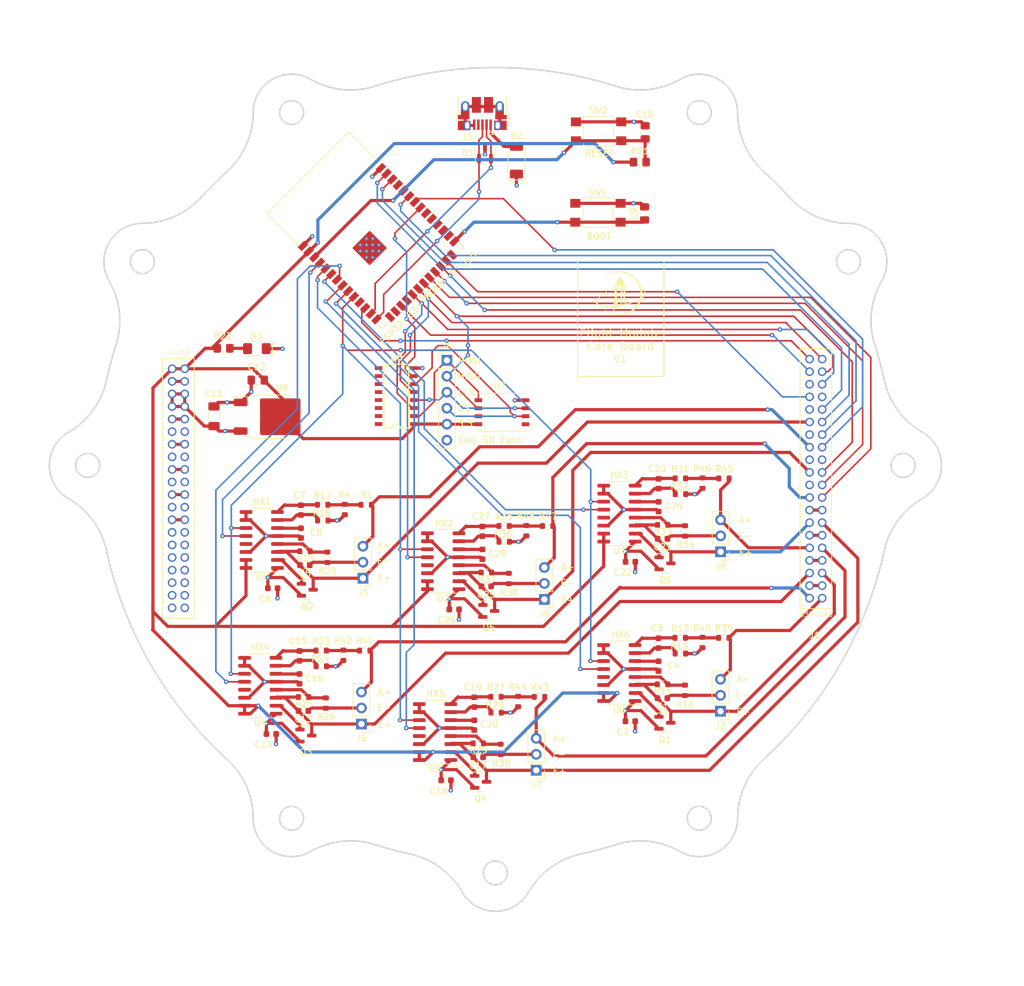
<source format=kicad_pcb>
(kicad_pcb (version 20221018) (generator pcbnew)
  (layers (0 "F.Cu" signal) (1 "In1.Cu" signal) (2 "In2.Cu" signal) (31 "B.Cu" signal) (34 "B.Paste" user) (35 "F.Paste" user) (36 "B.SilkS" user "B.Silkscreen") (37 "F.SilkS" user "F.Silkscreen") (38 "B.Mask" user) (39 "F.Mask" user) (44 "Edge.Cuts" user))
  (net 0 "")
  (net 1 "GND")
  (net 2 "/HX6_E+")
  (net 3 "Net-(U3-INA-)")
  (net 4 "Net-(U3-INA+)")
  (net 5 "Net-(U3-VBG)")
  (net 6 "/HX1_E+")
  (net 7 "Net-(U4-INA-)")
  (net 8 "Net-(U4-INA+)")
  (net 9 "Net-(U4-VBG)")
  (net 10 "/ESP32-S3-WROOM-1-Breakout/BOOT")
  (net 11 "/ESP32-S3-WROOM-1-Breakout/EN")
  (net 12 "/HX4_E+")
  (net 13 "/HX5_E+")
  (net 14 "/HX3_E+")
  (net 15 "/HX2_E+")
  (net 16 "/ESP32-S3-WROOM-1-Breakout/USB_D+")
  (net 17 "/ESP32-S3-WROOM-1-Breakout/USB_D-")
  (net 18 "Net-(D2-A)")
  (net 19 "Net-(D3-A)")
  (net 29 "+5V")
  (net 34 "+3.3V")
  (net 44 "/I2C_SDA")
  (net 45 "/SPI_CLK")
  (net 46 "/I2C_SCL")
  (net 47 "/SPI_MISO")
  (net 48 "/SPI_MOSI")
  (net 49 "/PYRO1EN")
  (net 50 "/TC1_CS")
  (net 51 "/TC2_CS")
  (net 52 "/TC3_CS")
  (net 53 "/HX1_A+")
  (net 54 "/TC4_CS")
  (net 55 "/PYRO2EN")
  (net 56 "/PYRO3EN")
  (net 57 "/HX2_A+")
  (net 58 "/PYRO4EN")
  (net 59 "/HX3_A+")
  (net 60 "/HX5_A+")
  (net 61 "/HX4_A+")
  (net 62 "/HX6_A+")
  (net 63 "Net-(R1-Pad2)")
  (net 65 "/SPI_MOSI_BUF")
  (net 66 "/SPI_CLK_BUF")
  (net 67 "/SD_CS_BUF")
  (net 68 "Net-(R13-Pad2)")
  (net 69 "Net-(R23-Pad2)")
  (net 70 "Net-(R27-Pad2)")
  (net 71 "Net-(R31-Pad2)")
  (net 72 "Net-(R35-Pad2)")
  (net 73 "Net-(Q1-B)")
  (net 74 "Net-(Q2-B)")
  (net 75 "Net-(Q3-B)")
  (net 76 "Net-(Q4-B)")
  (net 77 "Net-(Q5-B)")
  (net 78 "Net-(Q6-B)")
  (net 79 "Net-(U3-VFB)")
  (net 80 "Net-(U4-VFB)")
  (net 81 "/SD_CS")
  (net 82 "/HX_CLK")
  (net 83 "/HX6_DT")
  (net 85 "/HX1_DT")
  (net 87 "/HX2_DT")
  (net 88 "/HX3_DT")
  (net 89 "/HX4_DT")
  (net 90 "/HX5_DT")
  (net 91 "/ESP32-S3-WROOM-1-Breakout/IO18")
  (net 92 "/ESP32-S3-WROOM-1-Breakout/IO10")
  (net 93 "/ESP32-S3-WROOM-1-Breakout/IO38")
  (net 94 "/ESP32-S3-WROOM-1-Breakout/IO39")
  (net 95 "Net-(U6-INA-)")
  (net 96 "Net-(U6-INA+)")
  (net 97 "Net-(U6-VBG)")
  (net 98 "Net-(U1-INA-)")
  (net 99 "Net-(U1-INA+)")
  (net 100 "Net-(U1-VBG)")
  (net 101 "Net-(U5-INA-)")
  (net 102 "Net-(U5-INA+)")
  (net 103 "Net-(U5-VBG)")
  (net 104 "Net-(U2-INA-)")
  (net 105 "Net-(U2-INA+)")
  (net 106 "Net-(U2-VBG)")
  (net 107 "Net-(U6-VFB)")
  (net 108 "Net-(U1-VFB)")
  (net 109 "Net-(U5-VFB)")
  (net 110 "Net-(U2-VFB)")
  (footprint "Resistor_SMD:R_0603_1608Metric" (layer "F.Cu") (at 133.615 126.7 90)
    (fp_text reference "R44")
    (fp_text value "2kΩ")
  )
  (footprint "Resistor_SMD:R_0603_1608Metric" (layer "F.Cu") (at 138.3075 98.795 180)
    (fp_text reference "R47")
    (fp_text value "100kΩ")
  )
  (footprint "Capacitor_SMD:C_0603_1608Metric" (layer "F.Cu") (at 126.64 126.8 90)
    (fp_text reference "C19")
    (fp_text value "0.1uF")
  )
  (footprint "Package_TO_SOT_SMD:SOT-23" (layer "F.Cu") (at 156.9475 104.735)
    (fp_text reference "Q5")
    (fp_text value "MMBT4403LT3G")
  )
  (footprint "Resistor_SMD:R_0603_1608Metric" (layer "F.Cu") (at 132.1325 107.14 90)
    (fp_text reference "R38")
    (fp_text value "8.2kΩ")
  )
  (footprint "Capacitor_SMD:C_0603_1608Metric" (layer "F.Cu") (at 126.64 130.45 90)
    (fp_text reference "C20")
    (fp_text value "0.1uF")
  )
  (footprint "Package_TO_SOT_SMD:SOT-23" (layer "F.Cu") (at 156.9275 130.075)
    (fp_text reference "Q1")
    (fp_text value "MMBT4403LT3G")
  )
  (footprint "Resistor_SMD:R_0603_1608Metric" (layer "F.Cu") (at 130.09 125.95)
    (fp_text reference "R27")
    (fp_text value "100Ω")
  )
  (footprint "Resistor_SMD:R_0603_1608Metric" (layer "F.Cu") (at 159.385 91.225)
    (fp_text reference "R31")
    (fp_text value "100Ω")
  )
  (footprint "Package_TO_SOT_SMD:SOT-23" (layer "F.Cu") (at 100.12 108.927)
    (fp_text reference "Q2")
    (fp_text value "MMBT4403LT3G")
  )
  (footprint "Resistor_SMD:R_0603_1608Metric" (layer "F.Cu") (at 166.29 116.57 180)
    (fp_text reference "R39")
    (fp_text value "100kΩ")
  )
  (footprint "Resistor_SMD:R_0603_1608Metric" (layer "F.Cu") (at 102.35 121.09)
    (fp_text reference "R24")
    (fp_text value "100Ω")
  )
  (footprint "Capacitor_SMD:C_0603_1608Metric" (layer "F.Cu") (at 127.9325 99.64 90)
    (fp_text reference "C27")
    (fp_text value "0.1uF")
  )
  (footprint "Resistor_SMD:R_0603_1608Metric" (layer "F.Cu") (at 128.5825 106.19 180)
    (fp_text reference "R37")
    (fp_text value "20kΩ")
  )
  (footprint "Package_TO_SOT_SMD:SOT-23" (layer "F.Cu") (at 128.35 39.4375 90)
    (fp_text reference "D1")
    (fp_text value "PESD12VL2BT")
  )
  (footprint "Resistor_SMD:R_0603_1608Metric" (layer "F.Cu") (at 102.325 118.59)
    (fp_text reference "R23")
    (fp_text value "100Ω")
  )
  (footprint "Capacitor_SMD:C_0805_2012Metric_Pad1.18x1.45mm_HandSolder" (layer "F.Cu") (at 153.7 49.1 90)
    (fp_text reference "C9")
    (fp_text value "1uF")
  )
  (footprint "Connector_PinHeader_2.54mm:PinHeader_1x03_P2.54mm_Vertical" (layer "F.Cu") (at 137.7825 110.465 180)
    (fp_text reference "J9")
    (fp_text value "Conn_01x03_Pin")
  )
  (footprint "star:star_8x7" (layer "F.Cu") (at 149.9262 61.7926)
    (fp_text reference "G***" hide)
    (fp_text value "LOGO" hide)
  )
  (footprint "LED_SMD:LED_1206_3216Metric_Pad1.42x1.75mm_HandSolder" (layer "F.Cu") (at 92.1125 70.6 180)
    (fp_text reference "D3")
    (fp_text value "GREEN")
  )
  (footprint "Capacitor_SMD:C_0603_1608Metric" (layer "F.Cu") (at 94.4 131.85 180)
    (fp_text reference "C14")
    (fp_text value "10uF")
  )
  (footprint "Resistor_SMD:R_0603_1608Metric" (layer "F.Cu") (at 105.85 119.34 90)
    (fp_text reference "R42")
    (fp_text value "2kΩ")
  )
  (footprint "Package_SO:SOP-16_3.9x9.9mm_P1.27mm" (layer "F.Cu") (at 92.65 124.19 180)
    (fp_text reference "U4")
    (fp_text value "HX711")
  )
  (footprint "Resistor_SMD:R_0603_1608Metric" (layer "F.Cu") (at 131.3825 98.79)
    (fp_text reference "R35")
    (fp_text value "100Ω")
  )
  (footprint "RF_Module:ESP32-S3-WROOM-1" (layer "F.Cu") (at 109.341279 51.799857 45)
    (fp_text reference "U10")
    (fp_text value "ESP32-S3-WROOM-1-N16R2")
  )
  (footprint "Capacitor_SMD:C_0603_1608Metric" (layer "F.Cu") (at 155.915 121.065 90)
    (fp_text reference "C4")
    (fp_text value "0.1uF")
  )
  (footprint "Capacitor_SMD:C_0603_1608Metric" (layer "F.Cu") (at 99.7325 105.017 180)
    (fp_text reference "C5")
    (fp_text value "10uF")
  )
  (footprint "Capacitor_SMD:C_0603_1608Metric" (layer "F.Cu") (at 128.5575 108.39 180)
    (fp_text reference "C25")
    (fp_text value "10uF")
  )
  (footprint "Capacitor_SMD:C_0603_1608Metric" (layer "F.Cu") (at 151.46 104.485 180)
    (fp_text reference "C22")
    (fp_text value "10uF")
  )
  (footprint "Capacitor_SMD:C_0603_1608Metric" (layer "F.Cu") (at 94.6325 108.677 180)
    (fp_text reference "C6")
    (fp_text value "10uF")
  )
  (footprint "Capacitor_SMD:C_0805_2012Metric_Pad1.18x1.45mm_HandSolder" (layer "F.Cu") (at 92.25 75.6 180)
    (fp_text reference "C12")
    (fp_text value "22uF")
  )
  (footprint "Capacitor_SMD:C_0603_1608Metric" (layer "F.Cu") (at 127.265 135.55 180)
    (fp_text reference "C17")
    (fp_text value "10uF")
  )
  (footprint "Capacitor_SMD:C_0603_1608Metric" (layer "F.Cu") (at 155.935 92.075 90)
    (fp_text reference "C23")
    (fp_text value "0.1uF")
  )
  (footprint "Capacitor_SMD:C_1206_3216Metric_Pad1.33x1.80mm_HandSolder" (layer "F.Cu") (at 85.3 81.35 90)
    (fp_text reference "C11")
    (fp_text value "10uF")
  )
  (footprint "Resistor_SMD:R_0603_1608Metric" (layer "F.Cu") (at 130.115 128.45)
    (fp_text reference "R28")
    (fp_text value "100Ω")
  )
  (footprint "Capacitor_SMD:C_0603_1608Metric" (layer "F.Cu") (at 156.56 100.825 180)
    (fp_text reference "C21")
    (fp_text value "10uF")
  )
  (footprint "Capacitor_SMD:C_0805_2012Metric_Pad1.18x1.45mm_HandSolder" (layer "F.Cu") (at 153.8 36.2125 90)
    (fp_text reference "C10")
    (fp_text value "1uF")
  )
  (footprint "Resistor_SMD:R_0603_1608Metric" (layer "F.Cu") (at 109.4825 95.422 180)
    (fp_text reference "R1")
    (fp_text value "100kΩ")
  )
  (footprint "Resistor_SMD:R_0603_1608Metric" (layer "F.Cu") (at 156.585 98.625 180)
    (fp_text reference "R33")
    (fp_text value "20kΩ")
  )
  (footprint "Connector_PinHeader_2.54mm:PinHeader_1x03_P2.54mm_Vertical" (layer "F.Cu") (at 165.785 102.9 180)
    (fp_text reference "J8")
    (fp_text value "Conn_01x03_Pin")
  )
  (footprint "Connector_USB:USB_Micro-B_Amphenol_10103594-0001LF_Horizontal" (layer "F.Cu") (at 127.925 33.235 180)
    (fp_text reference "J3")
    (fp_text value "USB_B_Micro")
  )
  (footprint "Stack_Shape:Stack_Shape" (layer "F.Cu") (at 131.05 90.313169)
    (fp_text reference "J1")
    (fp_text value "Stack_Shape")
    (fp_arc (start -68.865786 4.12567) (mid -71.90894 -1.15082) (end -68.865786 -6.42731) (stroke (width 0.25)) (layer "Edge.Cuts"))
    (fp_arc (start -68.865786 4.12567) (mid -64.972067 7.625074) (end -62.820707 12.39776) (stroke (width 0.25)) (layer "Edge.Cuts"))
    (fp_arc (start -62.820707 -14.6994) (mid -64.972067 -9.926714) (end -68.865786 -6.42731) (stroke (width 0.25)) (layer "Edge.Cuts"))
    (fp_arc (start -62.820707 -14.6994) (mid -62.133886 -17.52009) (end -61.318346 -20.306289) (stroke (width 0.25)) (layer "Edge.Cuts"))
    (fp_arc (start -62.417492 -30.492668) (mid -60.795135 -25.515236) (end -61.318346 -20.306289) (stroke (width 0.25)) (layer "Edge.Cuts"))
    (fp_arc (start -62.417492 -30.492668) (mid -62.414696 -36.58382) (end -57.141002 -39.631817) (stroke (width 0.25)) (layer "Edge.Cuts"))
    (fp_arc (start -47.769766 -43.773118) (mid -52.019241 -40.715531) (end -57.141002 -39.631817) (stroke (width 0.25)) (layer "Edge.Cuts"))
    (fp_arc (start -47.769766 -43.773118) (mid -45.764615 -45.872495) (end -43.665238 -47.877646) (stroke (width 0.25)) (layer "Edge.Cuts"))
    (fp_arc (start -43.665238 45.576006) (mid -55.815583 30.47218) (end -62.820707 12.39776) (stroke (width 0.25)) (layer "Edge.Cuts"))
    (fp_arc (start -43.665238 45.576006) (mid -40.607651 49.825481) (end -39.523937 54.947242) (stroke (width 0.25)) (layer "Edge.Cuts"))
    (fp_arc (start -39.523937 -57.248882) (mid -40.607651 -52.127121) (end -43.665238 -47.877646) (stroke (width 0.25)) (layer "Edge.Cuts"))
    (fp_arc (start -39.523937 -57.248882) (mid -36.47594 -62.522576) (end -30.384788 -62.525372) (stroke (width 0.25)) (layer "Edge.Cuts"))
    (fp_arc (start -30.384788 60.223732) (mid -36.47594 60.220936) (end -39.523937 54.947242) (stroke (width 0.25)) (layer "Edge.Cuts"))
    (fp_arc (start -30.384788 60.223732) (mid -25.407356 58.601375) (end -20.198409 59.124586) (stroke (width 0.25)) (layer "Edge.Cuts"))
    (fp_arc (start -20.198409 -61.426226) (mid -25.407356 -60.903015) (end -30.384788 -62.525372) (stroke (width 0.25)) (layer "Edge.Cuts"))
    (fp_arc (start -20.198409 -61.426226) (mid -1.04294 -64.39682) (end 18.112529 -61.426226) (stroke (width 0.25)) (layer "Edge.Cuts"))
    (fp_arc (start -14.59152 60.626947) (mid -17.41221 59.940126) (end -20.198409 59.124586) (stroke (width 0.25)) (layer "Edge.Cuts"))
    (fp_arc (start -14.59152 60.626947) (mid -9.818834 62.778307) (end -6.31943 66.672026) (stroke (width 0.25)) (layer "Edge.Cuts"))
    (fp_arc (start 4.23355 66.672026) (mid -1.04294 69.71518) (end -6.31943 66.672026) (stroke (width 0.25)) (layer "Edge.Cuts"))
    (fp_arc (start 4.23355 66.672026) (mid 7.732954 62.778306) (end 12.50564 60.626947) (stroke (width 0.25)) (layer "Edge.Cuts"))
    (fp_arc (start 18.112529 59.124586) (mid 15.326329 59.940125) (end 12.50564 60.626947) (stroke (width 0.25)) (layer "Edge.Cuts"))
    (fp_arc (start 18.112529 59.124586) (mid 23.321474 58.60138) (end 28.298908 60.223732) (stroke (width 0.25)) (layer "Edge.Cuts"))
    (fp_arc (start 28.298908 -62.525372) (mid 23.321476 -60.903012) (end 18.112529 -61.426226) (stroke (width 0.25)) (layer "Edge.Cuts"))
    (fp_arc (start 28.298908 -62.525372) (mid 34.390059 -62.522577) (end 37.438057 -57.248882) (stroke (width 0.25)) (layer "Edge.Cuts"))
    (fp_arc (start 37.438057 54.947242) (mid 34.390073 60.220955) (end 28.298908 60.223732) (stroke (width 0.25)) (layer "Edge.Cuts"))
    (fp_arc (start 37.438057 54.947242) (mid 38.521763 49.825477) (end 41.579358 45.576006) (stroke (width 0.25)) (layer "Edge.Cuts"))
    (fp_arc (start 41.579358 -47.877646) (mid 38.521771 -52.127121) (end 37.438057 -57.248882) (stroke (width 0.25)) (layer "Edge.Cuts"))
    (fp_arc (start 41.579358 -47.877646) (mid 43.678735 -45.872495) (end 45.683886 -43.773118) (stroke (width 0.25)) (layer "Edge.Cuts"))
    (fp_arc (start 55.055122 -39.631817) (mid 49.933357 -40.715523) (end 45.683886 -43.773118) (stroke (width 0.25)) (layer "Edge.Cuts"))
    (fp_arc (start 55.055122 -39.631817) (mid 60.328917 -36.583867) (end 60.331612 -30.492668) (stroke (width 0.25)) (layer "Edge.Cuts"))
    (fp_arc (start 59.232466 -20.306289) (mid 58.709255 -25.515236) (end 60.331612 -30.492668) (stroke (width 0.25)) (layer "Edge.Cuts"))
    (fp_arc (start 59.232466 -20.306289) (mid 60.048005 -17.520089) (end 60.734827 -14.6994) (stroke (width 0.25)) (layer "Edge.Cuts"))
    (fp_arc (start 60.734827 12.39776) (mid 53.729703 30.47218) (end 41.579358 45.576006) (stroke (width 0.25)) (layer "Edge.Cuts"))
    (fp_arc (start 60.734827 12.39776) (mid 62.886199 7.625083) (end 66.779906 4.12567) (stroke (width 0.25)) (layer "Edge.Cuts"))
    (fp_arc (start 66.779906 -6.42731) (mid 62.886186 -9.926714) (end 60.734827 -14.6994) (stroke (width 0.25)) (layer "Edge.Cuts"))
    (fp_arc (start 66.779906 -6.42731) (mid 69.82306 -1.15082) (end 66.779906 4.12567) (stroke (width 0.25)) (layer "Edge.Cuts"))
    (fp_circle (center -65.81294 -1.15082) (end -63.90794 -1.15082) (stroke (width 0.25)) (fill none) (layer "Edge.Cuts"))
    (fp_circle (center -57.135405 -33.53582) (end -55.230405 -33.53582) (stroke (width 0.25)) (fill none) (layer "Edge.Cuts"))
    (fp_circle (center -33.42794 -57.243285) (end -31.52294 -57.243285) (stroke (width 0.25)) (fill none) (layer "Edge.Cuts"))
    (fp_circle (center -33.42794 54.941645) (end -31.52294 54.941645) (stroke (width 0.25)) (fill none) (layer "Edge.Cuts"))
    (fp_circle (center -1.04294 63.61918) (end 0.86206 63.61918) (stroke (width 0.25)) (fill none) (layer "Edge.Cuts"))
    (fp_circle (center 31.34206 -57.243285) (end 33.24706 -57.243285) (stroke (width 0.25)) (fill none) (layer "Edge.Cuts"))
    (fp_circle (center 31.34206 54.941645) (end 33.24706 54.941645) (stroke (width 0.25)) (fill none) (layer "Edge.Cuts"))
    (fp_circle (center 55.049525 -33.53582) (end 56.954525 -33.53582) (stroke (width 0.25)) (fill none) (layer "Edge.Cuts"))
    (fp_circle (center 63.72706 -1.15082) (end 65.63206 -1.15082) (stroke (width 0.25)) (fill none) (layer "Edge.Cuts"))
  )
  (footprint "Resistor_SMD:R_0603_1608Metric" (layer "F.Cu") (at 130.84 134.3 90)
    (fp_text reference "R30")
    (fp_text value "8.2kΩ")
  )
  (footprint "Capacitor_SMD:C_0603_1608Metric" (layer "F.Cu") (at 98.875 119.44 90)
    (fp_text reference "C15")
    (fp_text value "0.1uF")
  )
  (footprint "Capacitor_SMD:C_0603_1608Metric" (layer "F.Cu") (at 127.9325 103.29 90)
    (fp_text reference "C28")
    (fp_text value "0.1uF")
  )
  (footprint "Capacitor_SMD:C_0603_1608Metric" (layer "F.Cu") (at 123.4575 112.05 180)
    (fp_text reference "C26")
    (fp_text value "10uF")
  )
  (footprint "Resistor_SMD:R_0603_1608Metric" (layer "F.Cu") (at 160.115 124.915 90)
    (fp_text reference "R16")
    (fp_text value "8.2kΩ")
  )
  (footprint "Resistor_SMD:R_0603_1608Metric" (layer "F.Cu") (at 99.525 125.99 180)
    (fp_text reference "R25")
    (fp_text value "20kΩ")
  )
  (footprint "Connector_PinHeader_2.54mm:PinHeader_1x03_P2.54mm_Vertical" (layer "F.Cu") (at 108.9575 107.092 180)
    (fp_text reference "J5")
    (fp_text value "Conn_01x03_Pin")
  )
  (footprint "Capacitor_SMD:C_0603_1608Metric" (layer "F.Cu") (at 151.44 129.825 180)
    (fp_text reference "C2")
    (fp_text value "10uF")
  )
  (footprint "Package_TO_SOT_SMD:SOT-23" (layer "F.Cu") (at 99.8875 132.1)
    (fp_text reference "Q3")
    (fp_text value "MMBT4403LT3G")
  )
  (footprint "Package_SO:SOP-16_3.9x9.9mm_P1.27mm" (layer "F.Cu") (at 120.415 131.55 180)
    (fp_text reference "U5")
    (fp_text value "HX711")
  )
  (footprint "Resistor_SMD:R_0603_1608Metric" (layer "F.Cu") (at 156.565 123.965 180)
    (fp_text reference "R15")
    (fp_text value "20kΩ")
  )
  (footprint "Resistor_SMD:R_0603_1608Metric" (layer "F.Cu") (at 131.4075 101.29)
    (fp_text reference "R36")
    (fp_text value "100Ω")
  )
  (footprint "Package_SO:SOP-16_3.9x9.9mm_P1.27mm" (layer "F.Cu") (at 121.7075 104.39 180)
    (fp_text reference "U2")
    (fp_text value "HX711")
  )
  (footprint "Capacitor_SMD:C_0603_1608Metric" (layer "F.Cu") (at 122.165 139.21 180)
    (fp_text reference "C18")
    (fp_text value "10uF")
  )
  (footprint "Resistor_SMD:R_0603_1608Metric" (layer "F.Cu") (at 127.29 133.35 180)
    (fp_text reference "R29")
    (fp_text value "20kΩ")
  )
  (footprint "Resistor_SMD:R_0603_1608Metric" (layer "F.Cu") (at 159.365 116.565)
    (fp_text reference "R13")
    (fp_text value "100Ω")
  )
  (footprint "Button_Switch_SMD:SW_SPST_TL3305A" (layer "F.Cu") (at 146.3 49)
    (fp_text reference "SW1")
    (fp_text value "SW_MEC_5E")
  )
  (footprint "Connector_PinHeader_2.54mm:PinHeader_1x03_P2.54mm_Vertical" (layer "F.Cu") (at 136.49 137.625 180)
    (fp_text reference "J7")
    (fp_text value "Conn_01x03_Pin")
  )
  (footprint "Connector_PinHeader_2.54mm:PinHeader_1x06_P2.54mm_Vertical" (layer "F.Cu") (at 122.3 72.45)
    (fp_text reference "J4")
    (fp_text value "Conn_01x06_Pin")
  )
  (footprint "Resistor_SMD:R_0603_1608Metric" (layer "F.Cu") (at 159.41 93.725)
    (fp_text reference "R32")
    (fp_text value "100Ω")
  )
  (footprint "Resistor_SMD:R_0603_1608Metric" (layer "F.Cu") (at 103.3075 103.767 90)
    (fp_text reference "R20")
    (fp_text value "8.2kΩ")
  )
  (footprint "Resistor_SMD:R_0603_1608Metric" (layer "F.Cu") (at 160.135 99.575 90)
    (fp_text reference "R34")
    (fp_text value "8.2kΩ")
  )
  (footprint "Capacitor_SMD:C_0603_1608Metric" (layer "F.Cu") (at 99.1075 96.267 90)
    (fp_text reference "C7")
    (fp_text value "0.1uF")
  )
  (footprint "Resistor_SMD:R_0603_1608Metric" (layer "F.Cu") (at 103.075 126.94 90)
    (fp_text reference "R26")
    (fp_text value "8.2kΩ")
  )
  (footprint "XTSD04GLGEAG:SON127P600X800X95-8N" (layer "F.Cu") (at 131.045 80.71 180)
    (fp_text reference "U7")
    (fp_text value "XTSD04GLGEAG")
  )
  (footprint "Resistor_SMD:R_0603_1608Metric" (layer "F.Cu") (at 102.5825 97.917)
    (fp_text reference "R18")
    (fp_text value "100Ω")
  )
  (footprint "Connector_PinHeader_2.54mm:PinHeader_1x03_P2.54mm_Vertical" (layer "F.Cu") (at 165.765 128.24 180)
    (fp_text reference "J2")
    (fp_text value "Conn_01x03_Pin")
  )
  (footprint "Resistor_SMD:R_0603_1608Metric" (layer "F.Cu") (at 109.25 118.595 180)
    (fp_text reference "R41")
    (fp_text value "100kΩ")
  )
  (footprint "Package_TO_SOT_SMD:SOT-23" (layer "F.Cu") (at 128.945 112.3)
    (fp_text reference "Q6")
    (fp_text value "MMBT4403LT3G")
  )
  (footprint "Resistor_SMD:R_0603_1608Metric" (layer "F.Cu") (at 162.91 91.975 90)
    (fp_text reference "R46")
    (fp_text value "2kΩ")
  )
  (footprint "Package_TO_SOT_SMD:TO-252-2" (layer "F.Cu") (at 94.565 81.425)
    (fp_text reference "U9")
    (fp_text value "AZ1084-3.3")
  )
  (footprint "Package_TO_SOT_SMD:SOT-23" (layer "F.Cu") (at 127.6525 139.46)
    (fp_text reference "Q4")
    (fp_text value "MMBT4403LT3G")
  )
  (footprint "Resistor_SMD:R_0603_1608Metric" (layer "F.Cu") (at 166.31 91.23 180)
    (fp_text reference "R45")
    (fp_text value "100kΩ")
  )
  (footprint "Resistor_SMD:R_0603_1608Metric" (layer "F.Cu") (at 99.7575 102.817 180)
    (fp_text reference "R19")
    (fp_text value "20kΩ")
  )
  (footprint "Resistor_SMD:R_0603_1608Metric" (layer "F.Cu") (at 159.39 119.065)
    (fp_text reference "R14")
    (fp_text value "100Ω")
  )
  (footprint "Package_SO:SOP-16_3.9x9.9mm_P1.27mm" (layer "F.Cu") (at 149.71 96.825 180)
    (fp_text reference "U3")
    (fp_text value "HX711")
  )
  (footprint "Diode_SMD:D_SOD-128" (layer "F.Cu") (at 133.35 40.65 90)
    (fp_text reference "D2")
    (fp_text value "D_Schottky")
  )
  (footprint "Resistor_SMD:R_0603_1608Metric" (layer "F.Cu") (at 106.0825 96.167 90)
    (fp_text reference "R4")
    (fp_text value "2kΩ")
  )
  (footprint "Package_SO:SOP-16_3.9x9.9mm_P1.27mm" (layer "F.Cu") (at 149.69 122.165 180)
    (fp_text reference "U6")
    (fp_text value "HX711")
  )
  (footprint "Resistor_SMD:R_0603_1608Metric" (layer "F.Cu") (at 134.9075 99.54 90)
    (fp_text reference "R48")
    (fp_text value "2kΩ")
  )
  (footprint "Capacitor_SMD:C_0603_1608Metric" (layer "F.Cu") (at 155.915 117.415 90)
    (fp_text reference "C3")
    (fp_text value "0.1uF")
  )
  (footprint "Connector_PinHeader_2.54mm:PinHeader_1x03_P2.54mm_Vertical" (layer "F.Cu") (at 108.725 130.265 180)
    (fp_text reference "J6")
    (fp_text value "Conn_01x03_Pin")
  )
  (footprint "Resistor_SMD:R_0603_1608Metric" (layer "F.Cu") (at 102.5575 95.417)
    (fp_text reference "R17")
    (fp_text value "100Ω")
  )
  (footprint "Capacitor_SMD:C_0603_1608Metric" (layer "F.Cu") (at 155.935 95.725 90)
    (fp_text reference "C24")
    (fp_text value "0.1uF")
  )
  (footprint "Resistor_SMD:R_0805_2012Metric_Pad1.20x1.40mm_HandSolder" (layer "F.Cu") (at 86.8125 70.55 180)
    (fp_text reference "R22")
    (fp_text value "300")
  )
  (footprint "Capacitor_SMD:C_0603_1608Metric" (layer "F.Cu") (at 98.875 123.09 90)
    (fp_text reference "C16")
    (fp_text value "0.1uF")
  )
  (footprint "Capacitor_SMD:C_0603_1608Metric" (layer "F.Cu") (at 156.54 126.165 180)
    (fp_text reference "C1")
    (fp_text value "10uF")
  )
  (footprint "Resistor_SMD:R_0805_2012Metric_Pad1.20x1.40mm_HandSolder" (layer "F.Cu") (at 152.95 40.95)
    (fp_text reference "R21")
    (fp_text value "10k")
  )
  (footprint "Capacitor_SMD:C_0603_1608Metric" (layer "F.Cu") (at 99.1075 99.917 90)
    (fp_text reference "C8")
    (fp_text value "0.1uF")
  )
  (footprint "Package_SO:SOP-16_3.9x9.9mm_P1.27mm" (layer "F.Cu") (at 92.8825 101.017 180)
    (fp_text reference "U1")
    (fp_text value "HX711")
  )
  (footprint "Capacitor_SMD:C_0603_1608Metric" (layer "F.Cu") (at 99.5 128.19 180)
    (fp_text reference "C13")
    (fp_text value "10uF")
  )
  (footprint "74HC4050D:SO16" (layer "F.Cu") (at 114.25 78.14 90)
    (fp_text reference "U8")
    (fp_text value "74HC4050D")
  )
  (footprint "Button_Switch_SMD:SW_SPST_TL3305A" (layer "F.Cu") (at 146.4 36.05)
    (fp_text reference "SW2")
    (fp_text value "SW_MEC_5E")
  )
  (footprint "Resistor_SMD:R_0603_1608Metric" (layer "F.Cu") (at 162.89 117.315 90)
    (fp_text reference "R40")
    (fp_text value "2kΩ")
  )
  (footprint "Resistor_SMD:R_0603_1608Metric" (layer "F.Cu") (at 137.015 125.955 180)
    (fp_text reference "R43")
    (fp_text value "100kΩ")
  )
  (gr_rect (start 143.0682 56.7126) (end 156.7842 75.0006) (stroke (width 0.15)) (fill none) (layer "F.SilkS"))
  (gr_text "E+" (at 140.35 111.1) (layer "F.SilkS") (effects (font (size 1 1)) (justify left bottom)))
  (gr_text "SD Card" (at 127.9 85.7) (layer "F.SilkS") (effects (font (size 1 1)) (justify left bottom)))
  (gr_text "ESP32-S3-VROOM-1" (at 112.25 70.2 45) (layer "F.SilkS") (effects (font (size 1 1)) (justify left bottom)))
  (gr_text "A+" (at 140.35 105.9) (layer "F.SilkS") (effects (font (size 1 1)) (justify left bottom)))
  (gr_text "A+" (at 168.6 98.4) (layer "F.SilkS") (effects (font (size 1 1)) (justify left bottom)))
  (gr_text "E+" (at 168.2 128.9) (layer "F.SilkS") (effects (font (size 1 1)) (justify left bottom)))
  (gr_text "E-" (at 168.1 126.2) (layer "F.SilkS") (effects (font (size 1 1)) (justify left bottom)))
  (gr_text "A+" (at 139.05 133.15) (layer "F.SilkS") (effects (font (size 1 1)) (justify left bottom)))
  (gr_text "MISO" (at 123.9 75.6) (layer "F.SilkS") (effects (font (size 1 1)) (justify left bottom)))
  (gr_text "E+" (at 139.05 138.35) (layer "F.SilkS") (effects (font (size 1 1)) (justify left bottom)))
  (gr_text "E-" (at 138.95 135.65) (layer "F.SilkS") (effects (font (size 1 1)) (justify left bottom)))
  (gr_text "E+" (at 168.6 103.6) (layer "F.SilkS") (effects (font (size 1 1)) (justify left bottom)))
  (gr_text "HX2" (at 120.3 99) (layer "F.SilkS") (effects (font (size 1 1)) (justify left bottom)))
  (gr_text "MOSI" (at 123.95 73.15) (layer "F.SilkS") (effects (font (size 1 1)) (justify left bottom)))
  (gr_text "HX3" (at 148.1 91.3) (layer "F.SilkS") (effects (font (size 1 1)) (justify left bottom)))
  (gr_text "HX4" (at 91.1 118.65) (layer "F.SilkS") (effects (font (size 1 1)) (justify left bottom)))
  (gr_text "E+" (at 111.25 130.95) (layer "F.SilkS") (effects (font (size 1 1)) (justify left bottom)))
  (gr_text "Flight Module\nCore Board\nV1" (at 149.85 70.2) (layer "F.SilkS") (effects (font (size 1.27 1.27))))
  (gr_text "RESET" (at 144.1 40.15) (layer "F.SilkS") (effects (font (size 1 1)) (justify left bottom)))
  (gr_text "E+" (at 111.2 107.65) (layer "F.SilkS") (effects (font (size 1 1)) (justify left bottom)))
  (gr_text "CS" (at 123.95 80.65) (layer "F.SilkS") (effects (font (size 1 1)) (justify left bottom)))
  (gr_text "CLK" (at 123.95 78.2) (layer "F.SilkS") (effects (font (size 1 1)) (justify left bottom)))
  (gr_text "A+" (at 168.2 123.7) (layer "F.SilkS") (effects (font (size 1 1)) (justify left bottom)))
  (gr_text "GND" (at 123.9 85.85) (layer "F.SilkS") (effects (font (size 1 1)) (justify left bottom)))
  (gr_text "E-" (at 111.1 104.95) (layer "F.SilkS") (effects (font (size 1 1)) (justify left bottom)))
  (gr_text "HX1" (at 91.35 95.5) (layer "F.SilkS") (effects (font (size 1 1)) (justify left bottom)))
  (gr_text "A+" (at 111.2 102.45) (layer "F.SilkS") (effects (font (size 1 1)) (justify left bottom)))
  (gr_text "BOOT" (at 144.45 53.35) (layer "F.SilkS") (effects (font (size 1 1)) (justify left bottom)))
  (gr_text "HX6" (at 148.35 116.65) (layer "F.SilkS") (effects (font (size 1 1)) (justify left bottom)))
  (gr_text "E-" (at 168.5 100.9) (layer "F.SilkS") (effects (font (size 1 1)) (justify left bottom)))
  (gr_text "E-" (at 140.25 108.4) (layer "F.SilkS") (effects (font (size 1 1)) (justify left bottom)))
  (gr_text "E-" (at 111.15 128.25) (layer "F.SilkS") (effects (font (size 1 1)) (justify left bottom)))
  (gr_text "HX5" (at 118.95 126) (layer "F.SilkS") (effects (font (size 1 1)) (justify left bottom)))
  (gr_text "3.3" (at 123.9 83.1) (layer "F.SilkS") (effects (font (size 1 1)) (justify left bottom)))
  (gr_text "A+" (at 111.25 125.75) (layer "F.SilkS") (effects (font (size 1 1)) (justify left bottom)))
  (segment (start 126.592 35.116) (end 126.592 35) (width 0.508) (layer "F.Cu") (net 1))
  (segment (start 147.870553 98.73) (end 150.410553 96.19) (width 0.508) (layer "F.Cu") (net 1))
  (segment (start 90.810553 121.015) (end 90.15 121.015) (width 0.508) (layer "F.Cu") (net 1))
  (segment (start 150.390553 121.53) (end 147.850553 118.99) (width 0.508) (layer "F.Cu") (net 1))
  (segment (start 91.2125 75.6) (end 91.2125 77.4575) (width 0.508) (layer "F.Cu") (net 1))
  (segment (start 130.68 32.12) (end 130.68 34.81) (width 0.508) (layer "F.Cu") (net 1))
  (segment (start 134.79 78.805) (end 133.11 78.805) (width 0.508) (layer "F.Cu") (net 1))
  (segment (start 161.985 93.725) (end 161.66 93.725) (width 0.508) (layer "F.Cu") (net 1))
  (segment (start 78.65 75.8) (end 80.65 75.8) (width 0.508) (layer "F.Cu") (net 1))
  (segment (start 122.94 139.21) (end 122.94 140.785) (width 0.508) (layer "F.Cu") (net 1))
  (segment (start 78.65 89.8) (end 80.65 89.8) (width 0.508) (layer "F.Cu") (net 1))
  (segment (start 105.1575 97.917) (end 106.0825 96.992) (width 0.508) (layer "F.Cu") (net 1))
  (segment (start 147.19 124.07) (end 147.850553 124.07) (width 0.508) (layer "F.Cu") (net 1))
  (segment (start 117.05 73.695) (end 118.395 73.695) (width 0.508) (layer "F.Cu") (net 1))
  (segment (start 149.9 47.5) (end 153.1375 47.5) (width 0.508) (layer "F.Cu") (net 1))
  (segment (start 91.2125 77.4575) (end 89.525 79.145) (width 0.508) (layer "F.Cu") (net 1))
  (segment (start 153.175 34.55) (end 153.8 35.175) (width 0.508) (layer "F.Cu") (net 1))
  (segment (start 142.8 34.55) (end 150 34.55) (width 0.508) (layer "F.Cu") (net 1))
  (segment (start 147.21 93.65) (end 147.21 92.38) (width 0.508) (layer "F.Cu") (net 1))
  (segment (start 133.9825 101.29) (end 134.9075 100.365) (width 0.508) (layer "F.Cu") (net 1))
  (segment (start 153.1375 47.5) (end 153.7 48.0625) (width 0.508) (layer "F.Cu") (net 1))
  (segment (start 126.588 35.12) (end 126.592 35.116) (width 0.508) (layer "F.Cu") (net 1))
  (segment (start 179.92 108.263069) (end 181.92 108.263069) (width 0.508) (layer "F.Cu") (net 1))
  (segment (start 100.74 127.725) (end 108.725 127.725) (width 0.508) (layer "F.Cu") (net 1))
  (segment (start 100.5075 105.017) (end 100.9725 104.552) (width 0.508) (layer "F.Cu") (net 1))
  (segment (start 96.1625 70.6) (end 96.1875 70.625) (width 0.508) (layer "F.Cu") (net 1))
  (segment (start 91.043053 102.922) (end 93.583053 100.382) (width 0.508) (layer "F.Cu") (net 1))
  (segment (start 125.2 33.05) (end 125.2 34.79) (width 0.508) (layer "F.Cu") (net 1))
  (segment (start 117.915 128.375) (end 117.915 127.105) (width 0.508) (layer "F.Cu") (net 1))
  (segment (start 125.53 35.12) (end 126.588 35.12) (width 0.508) (layer "F.Cu") (net 1))
  (segment (start 152.21 96.19) (end 155.625 96.19) (width 0.508) (layer "F.Cu") (net 1))
  (segment (start 152.235 106.06) (end 152.21 106.085) (width 0.508) (layer "F.Cu") (net 1))
  (segment (start 157.335 100.825) (end 157.8 100.36) (width 0.508) (layer "F.Cu") (net 1))
  (segment (start 90.15 126.095) (end 90.810553 126.095) (width 0.508) (layer "F.Cu") (net 1))
  (segment (start 99.434713 54.26766) (end 99.434713 54.215287) (width 0.508) (layer "F.Cu") (net 1))
  (segment (start 128.505 135.085) (end 136.49 135.085) (width 0.508) (layer "F.Cu") (net 1))
  (segment (start 100.275 128.19) (end 100.74 127.725) (width 0.508) (layer "F.Cu") (net 1))
  (segment (start 93.6 70.6) (end 96.1625 70.6) (width 0.508) (layer "F.Cu") (net 1))
  (segment (start 142.7 47.5) (end 149.9 47.5) (width 0.508) (layer "F.Cu") (net 1))
  (segment (start 161.985 93.725) (end 162.91 92.8) (width 0.508) (layer "F.Cu") (net 1))
  (segment (start 118.395 73.695) (end 118.4 73.7) (width 0.508) (layer "F.Cu") (net 1))
  (segment (start 105.1575 97.917) (end 104.8325 97.917) (width 0.508) (layer "F.Cu") (net 1))
  (segment (start 78.65 81.8) (end 80.65 81.8) (width 0.508) (layer "F.Cu") (net 1))
  (segment (start 155.605 121.53) (end 155.915 121.84) (width 0.508) (layer "F.Cu") (net 1))
  (segment (start 157.78 125.7) (end 165.765 125.7) (width 0.508) (layer "F.Cu") (net 1))
  (segment (start 85.9425 79.145) (end 85.3 79.7875) (width 0.508) (layer "F.Cu") (net 1))
  (segment (start 119.2075 101.215) (end 119.2075 99.945) (width 0.508) (layer "F.Cu") (net 1))
  (segment (start 78.65 85.8) (end 80.65 85.8) (width 0.508) (layer "F.Cu") (net 1))
  (segment (start 152.235 104.485) (end 152.235 106.06) (width 0.508) (layer "F.Cu") (net 1))
  (segment (start 91.043053 97.842) (end 90.3825 97.842) (width 0.508) (layer "F.Cu") (net 1))
  (segment (start 160.215 119.065) (end 161.64 119.065) (width 0.508) (layer "F.Cu") (net 1))
  (segment (start 90.15 121.015) (end 90.15 119.745) (width 0.508) (layer "F.Cu") (net 1))
  (segment (start 128.04 135.55) (end 128.505 135.085) (width 0.508) (layer "F.Cu") (net 1))
  (segment (start 89.525 79.145) (end 85.9425 79.145) (width 0.508) (layer "F.Cu") (net 1))
  (segment (start 95.3825 100.382) (end 98.7975 100.382) (width 0.508) (layer "F.Cu") (net 1))
  (segment (start 124.2325 113.625) (end 124.2075 113.65) (width 0.508) (layer "F.Cu") (net 1))
  (segment (start 150 34.55) (end 153.175 34.55) (width 0.508) (layer "F.Cu") (net 1))
  (segment (start 147.870553 93.65) (end 147.21 93.65) (width 0.508) (layer "F.Cu") (net 1))
  (segment (start 126.33 130.915) (end 126.64 131.225) (width 0.508) (layer "F.Cu") (net 1))
  (segment (start 130.68 34.81) (end 130.37 35.12) (width 0.508) (layer "F.Cu") (net 1))
  (segment (start 124.2075 103.755) (end 127.6225 103.755) (width 0.508) (layer "F.Cu") (net 1))
  (segment (start 161.965 119.065) (end 161.64 119.065) (width 0.508) (layer "F.Cu") (net 1))
  (segment (start 78.65 97.8) (end 80.65 97.8) (width 0.508) (layer "F.Cu") (net 1))
  (segment (start 152.215 129.825) (end 152.215 131.4) (width 0.508) (layer "F.Cu") (net 1))
  (segment (start 90.3825 97.842) (end 90.3825 96.572) (width 0.508) (layer "F.Cu") (net 1))
  (segment (start 129.3325 108.39) (end 129.7975 107.925) (width 0.508) (layer "F.Cu") (net 1))
  (segment (start 104.925 121.09) (end 105.85 120.165) (width 0.508) (layer "F.Cu") (net 1))
  (segment (start 98.7975 100.382) (end 99.1075 100.692) (width 0.508) (layer "F.Cu") (net 1))
  (segment (start 125.22 32.12) (end 130.68 32.12) (width 0.508) (layer "F.Cu") (net 1))
  (segment (start 147.850553 118.99) (end 147.19 118.99) (width 0.508) (layer "F.Cu") (net 1))
  (segment (start 95.175 131.85) (end 95.175 133.425) (width 0.508) (layer "F.Cu") (net 1))
  (segment (start 93.350553 123.555) (end 90.810553 121.015) (width 0.508) (layer "F.Cu") (net 1))
  (segment (start 130.94 128.45) (end 132.365 128.45) (width 0.508) (layer "F.Cu") (net 1))
  (segment (start 152.215 131.4) (end 152.19 131.425) (width 0.508) (layer "F.Cu") (net 1))
  (segment (start 99.434713 54.215287) (end 100.9 52.75) (width 0.508) (layer "F.Cu") (net 1))
  (segment (start 122.915 130.915) (end 121.115553 130.915) (width 0.508) (layer "F.Cu") (net 1))
  (segment (start 103.175 121.09) (end 104.6 121.09) (width 0.508) (layer "F.Cu") (net 1))
  (segment (start 122.408053 103.755) (end 119.868053 101.215) (width 0.508) (layer "F.Cu") (net 1))
  (segment (start 150.410553 96.19) (end 147.870553 93.65) (width 0.508) (layer "F.Cu") (net 1))
  (segment (start 90.3825 102.922) (end 91.043053 102.922) (width 0.508) (layer "F.Cu") (net 1))
  (segment (start 179.92 100.263069) (end 181.92 100.263069) (width 0.508) (layer "F.Cu") (net 1))
  (segment (start 122.915 130.915) (end 126.33 130.915) (width 0.508) (layer "F.Cu") (net 1))
  (segment (start 95.15 123.555) (end 98.565 123.555) (width 0.508) (layer "F.Cu") (net 1))
  (segment (start 93.583053 100.382) (end 91.043053 97.842) (width 0.508) (layer "F.Cu") (net 1))
  (segment (start 103.4075 97.917) (end 104.8325 97.917) (width 0.508) (layer "F.Cu") (net 1))
  (segment (start 95.15 123.555) (end 93.350553 123.555) (width 0.508) (layer "F.Cu") (net 1))
  (segment (start 152.19 121.53) (end 155.605 121.53) (width 0.508) (layer "F.Cu") (net 1))
  (segment (start 160.235 93.725) (end 161.66 93.725) (width 0.508) (layer "F.Cu") (net 1))
  (segment (start 124.2075 103.755) (end 122.408053 103.755) (width 0.508) (layer "F.Cu") (net 1))
  (segment (start 122.94 140.785) (end 122.915 140.81) (width 0.508) (layer "F.Cu") (net 1))
  (segment (start 125.2 34.79) (end 125.53 35.12) (width 0.508) (layer "F.Cu") (net 1))
  (segment (start 119.2075 106.295) (end 119.868053 106.295) (width 0.508) (layer "F.Cu") (net 1))
  (segment (start 157.315 126.165) (end 157.78 125.7) (width 0.508) (layer "F.Cu") (net 1))
  (segment (start 98.565 123.555) (end 98.875 123.865) (width 0.508) (layer "F.Cu") (net 1))
  (segment (start 157.8 100.36) (end 165.785 100.36) (width 0.508) (layer "F.Cu") (net 1))
  (segment (start 118.575553 128.375) (end 117.915 128.375) (width 0.508) (layer "F.Cu") (net 1))
  (segment (start 128.35 38.25) (end 128.35 39.7) (width 0.508) (layer "F.Cu") (net 1))
  (segment (start 127.6225 103.755) (end 127.9325 104.065) (width 0.508) (layer "F.Cu") (net 1))
  (segment (start 95.4075 110.252) (end 95.3825 110.277) (width 0.508) (layer "F.Cu") (net 1))
  (segment (start 147.21 98.73) (end 147.870553 98.73) (width 0.508) (layer "F.Cu") (net 1))
  (segment (start 152.19 121.53) (end 150.390553 121.53) (width 0.508) (layer "F.Cu") (net 1))
  (segment (start 133.11 78.805) (end 133.1 78.815) (width 0.508) (layer "F.Cu") (net 1))
  (segment (start 90.810553 126.095) (end 93.350553 123.555) (width 0.508) (layer "F.Cu") (net 1))
  (segment (start 152.21 96.19) (end 150.410553 96.19) (width 0.508) (layer "F.Cu") (net 1))
  (segment (start 124.2325 112.05) (end 124.2325 113.625) (width 0.508) (layer "F.Cu") (net 1))
  (segment (start 104.925 121.09) (end 104.6 121.09) (width 0.508) (layer "F.Cu") (net 1))
  (segment (start 129.7975 107.925) (end 137.7825 107.925) (width 0.508) (layer "F.Cu") (net 1))
  (segment (start 132.69 128.45) (end 132.365 128.45) (width 0.508) (layer "F.Cu") (net 1))
  (segment (start 121.115553 130.915) (end 118.575553 128.375) (width 0.508) (layer "F.Cu") (net 1))
  (segment (start 119.868053 101.215) (end 119.2075 101.215) (width 0.508) (layer "F.Cu") (net 1))
  (segment (start 161.965 119.065) (end 162.89 118.14) (width 0.508) (layer "F.Cu") (net 1))
  (segment (start 118.575553 133.455) (end 121.115553 130.915) (width 0.508) (layer "F.Cu") (net 1))
  (segment (start 100.9725 104.552) (end 108.9575 104.552) (width 0.508) (layer "F.Cu") (net 1))
  (segment (start 111.809082 41.893291) (end 110.452373 43.25) (width 0.508) (layer "F.Cu") (net 1))
  (segment (start 95.3825 100.382) (end 93.583053 100.382) (width 0.508) (layer "F.Cu") (net 1))
  (segment (start 179.92 96.263069) (end 181.92 96.263069) (width 0.508) (layer "F.Cu") (net 1))
  (segment (start 132.69 128.45) (end 133.615 127.525) (width 0.508) (layer "F.Cu") (net 1))
  (segment (start 95.175 133.425) (end 95.15 133.45) (width 0.508) (layer "F.Cu") (net 1))
  (segment (start 78.65 93.8) (end 80.65 93.8) (width 0.508) (layer "F.Cu") (net 1))
  (segment (start 119.868053 106.295) (end 122.408053 103.755) (width 0.508) (layer "F.Cu") (net 1))
  (segment (start 147.850553 124.07) (end 150.390553 121.53) (width 0.508) (layer "F.Cu") (net 1))
  (segment (start 95.4075 108.677) (end 95.4075 110.252) (width 0.508) (layer "F.Cu") (net 1))
  (segment (start 155.625 96.19) (end 155.935 96.5) (width 0.508) (layer "F.Cu") (net 1))
  (segment (start 133.9825 101.29) (end 133.6575 101.29) (width 0.508) (layer "F.Cu") (net 1))
  (segment (start 147.19 118.99) (end 147.19 117.72) (width 0.508) (layer "F.Cu") (net 1))
  (segment (start 179.92 104.263069) (end 181.92 104.263069) (width 0.508) (layer "F.Cu") (net 1))
  (segment (start 132.2325 101.29) (end 133.6575 101.29) (width 0.508) (layer "F.Cu") (net 1))
  (segment (start 117.915 133.455) (end 118.575553 133.455) (width 0.508) (layer "F.Cu") (net 1))
  (via (at 91.2125 77.4575) (size 0.7112) (drill 0.3048) (layers "F.Cu" "B.Cu") (net 1))
  (via (at 161.64 119.065) (size 0.7112) (drill 0.3048) (layers "F.Cu" "B.Cu") (net 1))
  (via (at 133.1 78.815) (size 0.7112) (drill 0.3048) (layers "F.Cu" "B.Cu") (net 1))
  (via (at 150.410553 96.19) (size 0.7112) (drill 0.3048) (layers "F.Cu" "B.Cu") (net 1))
  (via (at 96.1875 70.625) (size 0.7112) (drill 0.3048) (layers "F.Cu" "B.Cu") (net 1))
  (via (at 152.19 131.425) (size 0.7112) (drill 0.3048) (layers "F.Cu" "B.Cu") (net 1))
  (via (at 122.915 140.81) (size 0.7112) (drill 0.3048) (layers "F.Cu" "B.Cu") (net 1))
  (via (at 93.350553 123.555) (size 0.7112) (drill 0.3048) (layers "F.Cu" "B.Cu") (net 1))
  (via (at 95.15 133.45) (size 0.7112) (drill 0.3048) (layers "F.Cu" "B.Cu") (net 1))
  (via (at 121.115553 130.915) (size 0.7112) (drill 0.3048) (layers "F.Cu" "B.Cu") (net 1))
  (via (at 124.2075 113.65) (size 0.7112) (drill 0.3048) (layers "F.Cu" "B.Cu") (net 1))
  (via (at 133.6575 101.29) (size 0.7112) (drill 0.3048) (layers "F.Cu" "B.Cu") (net 1))
  (via (at 110.452373 43.25) (size 0.7112) (drill 0.3048) (layers "F.Cu" "B.Cu") (net 1))
  (via (at 152.21 106.085) (size 0.7112) (drill 0.3048) (layers "F.Cu" "B.Cu") (net 1))
  (via (at 104.8325 97.917) (size 0.7112) (drill 0.3048) (layers "F.Cu" "B.Cu") (net 1))
  (via (at 132.365 128.45) (size 0.7112) (drill 0.3048) (layers "F.Cu" "B.Cu") (net 1))
  (via (at 87.375 79.145) (size 0.7112) (drill 0.3048) (layers "F.Cu" "B.Cu") (net 1))
  (via (at 95.3825 110.277) (size 0.7112) (drill 0.3048) (layers "F.Cu" "B.Cu") (net 1))
  (via (at 100.9 52.75) (size 0.7112) (drill 0.3048) (layers "F.Cu" "B.Cu") (net 1))
  (via (at 150.390553 121.53) (size 0.7112) (drill 0.3048) (layers "F.Cu" "B.Cu") (net 1))
  (via (at 152 34.55) (size 0.7112) (drill 0.3048) (layers "F.Cu" "B.Cu") (net 1))
  (via (at 104.6 121.09) (size 0.7112) (drill 0.3048) (layers "F.Cu" "B.Cu") (net 1))
  (via (at 93.583053 100.382) (size 0.7112) (drill 0.3048) (layers "F.Cu" "B.Cu") (net 1))
  (via (at 128.35 39.7) (size 0.7112) (drill 0.3048) (layers "F.Cu" "B.Cu") (net 1))
  (via (at 161.66 93.725) (size 0.7112) (drill 0.3048) (layers "F.Cu" "B.Cu") (net 1))
  (via (at 118.4 73.7) (size 0.7112) (drill 0.3048) (layers "F.Cu" "B.Cu") (net 1))
  (via (at 122.408053 103.755) (size 0.7112) (drill 0.3048) (layers "F.Cu" "B.Cu") (net 1))
  (via (at 151.95 47.5) (size 0.7112) (drill 0.3048) (layers "F.Cu" "B.Cu") (net 1))
  (segment (start 181.92 106.263069) (end 183.85 108.193069) (width 0.508) (layer "F.Cu") (net 2))
  (segment (start 183.85 112.74) (end 168.35 128.24) (width 0.508) (layer "F.Cu") (net 2))
  (segment (start 165.765 128.24) (end 168.35 128.24) (width 0.508) (layer "F.Cu") (net 2))
  (segment (start 152.295 123.965) (end 152.19 124.07) (width 0.508) (layer "F.Cu") (net 2))
  (segment (start 152.19 124.07) (end 153.67 124.07) (width 0.508) (layer "F.Cu") (net 2))
  (segment (start 153.67 124.07) (end 155.765 126.165) (width 0.508) (layer "F.Cu") (net 2))
  (segment (start 155.765 126.165) (end 157.865 128.265) (width 0.508) (layer "F.Cu") (net 2))
  (segment (start 157.89 128.24) (end 165.765 128.24) (width 0.508) (layer "F.Cu") (net 2))
  (segment (start 183.85 108.193069) (end 183.85 112.74) (width 0.508) (layer "F.Cu") (net 2))
  (segment (start 157.865 128.265) (end 157.865 130.075) (width 0.508) (layer "F.Cu") (net 2))
  (segment (start 157.865 128.265) (end 157.89 128.24) (width 0.508) (layer "F.Cu") (net 2))
  (segment (start 155.74 123.965) (end 152.295 123.965) (width 0.508) (layer "F.Cu") (net 2))
  (segment (start 156.005 92.78) (end 155.935 92.85) (width 0.508) (layer "F.Cu") (net 3))
  (segment (start 158.585 93.725) (end 158.585 93.355) (width 0.508) (layer "F.Cu") (net 3))
  (segment (start 158.01 92.78) (end 156.005 92.78) (width 0.508) (layer "F.Cu") (net 3))
  (segment (start 154.51 93.63) (end 152.23 93.63) (width 0.508) (layer "F.Cu") (net 3))
  (segment (start 158.585 93.355) (end 158.01 92.78) (width 0.508) (layer "F.Cu") (net 3))
  (segment (start 155.29 92.85) (end 154.51 93.63) (width 0.508) (layer "F.Cu") (net 3))
  (segment (start 152.23 93.63) (end 152.21 93.65) (width 0.508) (layer "F.Cu") (net 3))
  (segment (start 155.935 92.85) (end 155.29 92.85) (width 0.508) (layer "F.Cu") (net 3))
  (segment (start 158.56 91.225) (end 156.01 91.225) (width 0.508) (layer "F.Cu") (net 4))
  (segment (start 153.43 91.3) (end 155.935 91.3) (width 0.508) (layer "F.Cu") (net 4))
  (segment (start 152.21 92.38) (end 153.36 91.23) (width 0.508) (layer "F.Cu") (net 4))
  (segment (start 153.36 91.23) (end 153.43 91.3) (width 0.508) (layer "F.Cu") (net 4))
  (segment (start 156.01 91.225) (end 155.935 91.3) (width 0.508) (layer "F.Cu") (net 4))
  (segment (start 155.935 94.95) (end 152.24 94.95) (width 0.508) (layer "F.Cu") (net 5))
  (segment (start 152.24 94.95) (end 152.21 94.92) (width 0.508) (layer "F.Cu") (net 5))
  (segment (start 138.1 88.8) (end 144.636931 82.263069) (width 0.508) (layer "F.Cu") (net 6))
  (segment (start 144.636931 82.263069) (end 179.92 82.263069) (width 0.508) (layer "F.Cu") (net 6))
  (segment (start 98.9325 102.817) (end 95.4875 102.817) (width 0.508) (layer "F.Cu") (net 6))
  (segment (start 127.2495 88.8) (end 138.1 88.8) (width 0.508) (layer "F.Cu") (net 6))
  (segment (start 95.3825 102.922) (end 96.8625 102.922) (width 0.508) (layer "F.Cu") (net 6))
  (segment (start 98.9575 105.017) (end 101.0575 107.117) (width 0.508) (layer "F.Cu") (net 6))
  (segment (start 108.9575 107.092) (end 127.2495 88.8) (width 0.508) (layer "F.Cu") (net 6))
  (segment (start 101.0575 107.117) (end 101.0825 107.092) (width 0.508) (layer "F.Cu") (net 6))
  (segment (start 101.0825 107.092) (end 108.9575 107.092) (width 0.508) (layer "F.Cu") (net 6))
  (segment (start 101.0575 107.117) (end 101.0575 108.927) (width 0.508) (layer "F.Cu") (net 6))
  (segment (start 96.8625 102.922) (end 98.9575 105.017) (width 0.508) (layer "F.Cu") (net 6))
  (segment (start 95.4875 102.817) (end 95.3825 102.922) (width 0.508) (layer "F.Cu") (net 6))
  (segment (start 97.45 120.995) (end 95.17 120.995) (width 0.508) (layer "F.Cu") (net 7))
  (segment (start 100.95 120.145) (end 98.945 120.145) (width 0.508) (layer "F.Cu") (net 7))
  (segment (start 101.525 120.72) (end 100.95 120.145) (width 0.508) (layer "F.Cu") (net 7))
  (segment (start 98.23 120.215) (end 97.45 120.995) (width 0.508) (layer "F.Cu") (net 7))
  (segment (start 95.17 120.995) (end 95.15 121.015) (width 0.508) (layer "F.Cu") (net 7))
  (segment (start 98.875 120.215) (end 98.23 120.215) (width 0.508) (layer "F.Cu") (net 7))
  (segment (start 101.525 121.09) (end 101.525 120.72) (width 0.508) (layer "F.Cu") (net 7))
  (segment (start 98.945 120.145) (end 98.875 120.215) (width 0.508) (layer "F.Cu") (net 7))
  (segment (start 95.15 119.745) (end 96.3 118.595) (width 0.508) (layer "F.Cu") (net 8))
  (segment (start 96.37 118.665) (end 98.875 118.665) (width 0.508) (layer "F.Cu") (net 8))
  (segment (start 101.5 118.59) (end 98.95 118.59) (width 0.508) (layer "F.Cu") (net 8))
  (segment (start 96.3 118.595) (end 96.37 118.665) (width 0.508) (layer "F.Cu") (net 8))
  (segment (start 98.95 118.59) (end 98.875 118.665) (width 0.508) (layer "F.Cu") (net 8))
  (segment (start 95.18 122.315) (end 95.15 122.285) (width 0.508) (layer "F.Cu") (net 9))
  (segment (start 98.875 122.315) (end 95.18 122.315) (width 0.508) (layer "F.Cu") (net 9))
  (segment (start 125.1 52) (end 125.051039 52) (width 0.508) (layer "F.Cu") (net 10))
  (segment (start 142.7 50.5) (end 149.9 50.5) (width 0.508) (layer "F.Cu") (net 10))
  (segment (start 153.3375 50.5) (end 153.7 50.1375) (width 0.508) (layer "F.Cu") (net 10))
  (segment (start 149.9 50.5) (end 153.3375 50.5) (width 0.508) (layer "F.Cu") (net 10))
  (segment (start 125.051039 52) (end 123.483415 53.567624) (width 0.508) (layer "F.Cu") (net 10))
  (segment (start 142.7 50.5) (end 139.85 50.5) (width 0.508) (layer "F.Cu") (net 10))
  (via (at 139.85 50.5) (size 0.7112) (drill 0.3048) (layers "F.Cu" "B.Cu") (net 10))
  (via (at 125.1 52) (size 0.7112) (drill 0.3048) (layers "F.Cu" "B.Cu") (net 10))
  (segment (start 126.9 50.5) (end 126.6 50.5) (width 0.508) (layer "B.Cu") (net 10))
  (segment (start 139.85 50.5) (end 126.9 50.5) (width 0.508) (layer "B.Cu") (net 10))
  (segment (start 126.6 50.5) (end 125.1 52) (width 0.508) (layer "B.Cu") (net 10))
  (segment (start 150 37.55) (end 153.5 37.55) (width 0.508) (layer "F.Cu") (net 11))
  (segment (start 153.8 40.8) (end 153.95 40.95) (width 0.508) (layer "F.Cu") (net 11))
  (segment (start 113.75 47.05) (end 110.244475 47.05) (width 0.508) (layer "F.Cu") (net 11))
  (segment (start 153.5 37.55) (end 153.8 37.25) (width 0.508) (layer "F.Cu") (net 11))
  (segment (start 142.8 37.55) (end 140.9 39.45) (width 0.508) (layer "F.Cu") (net 11))
  (segment (start 110.244475 47.05) (end 102.544475 54.75) (width 0.508) (layer "F.Cu") (net 11))
  (segment (start 153.8 37.25) (end 153.8 40.8) (width 0.508) (layer "F.Cu") (net 11))
  (segment (start 142.8 37.55) (end 150 37.55) (width 0.508) (layer "F.Cu") (net 11))
  (segment (start 101.230764 56.063711) (end 102.544475 54.75) (width 0.508) (layer "F.Cu") (net 11))
  (via (at 113.75 47.05) (size 0.7112) (drill 0.3048) (layers "F.Cu" "B.Cu") (net 11))
  (via (at 140.9 39.45) (size 0.7112) (drill 0.3048) (layers "F.Cu" "B.Cu") (net 11))
  (segment (start 120.2364 40.5636) (end 113.75 47.05) (width 0.508) (layer "B.Cu") (net 11))
  (segment (start 139.7864 40.5636) (end 120.2364 40.5636) (width 0.508) (layer "B.Cu") (net 11))
  (segment (start 140.9 39.45) (end 139.7864 40.5636) (width 0.508) (layer "B.Cu") (net 11))
  (segment (start 141.6 119) (end 149.8 110.8) (width 0.508) (layer "F.Cu") (net 12))
  (segment (start 108.725 130.265) (end 110.835 130.265) (width 0.508) (layer "F.Cu") (net 12))
  (segment (start 110.835 130.265) (end 122.1 119) (width 0.508) (layer "F.Cu") (net 12))
  (segment (start 100.825 130.29) (end 100.825 132.1) (width 0.508) (layer "F.Cu") (net 12))
  (segment (start 100.85 130.265) (end 108.725 130.265) (width 0.508) (layer "F.Cu") (net 12))
  (segment (start 96.63 126.095) (end 98.725 128.19) (width 0.508) (layer "F.Cu") (net 12))
  (segment (start 175.383069 110.8) (end 179.92 106.263069) (width 0.508) (layer "F.Cu") (net 12))
  (segment (start 100.825 130.29) (end 100.85 130.265) (width 0.508) (layer "F.Cu") (net 12))
  (segment (start 95.15 126.095) (end 96.63 126.095) (width 0.508) (layer "F.Cu") (net 12))
  (segment (start 122.1 119) (end 141.6 119) (width 0.508) (layer "F.Cu") (net 12))
  (segment (start 98.725 128.19) (end 100.825 130.29) (width 0.508) (layer "F.Cu") (net 12))
  (segment (start 98.7 125.99) (end 95.255 125.99) (width 0.508) (layer "F.Cu") (net 12))
  (segment (start 149.8 110.8) (end 175.383069 110.8) (width 0.508) (layer "F.Cu") (net 12))
  (segment (start 95.255 125.99) (end 95.15 126.095) (width 0.508) (layer "F.Cu") (net 12))
  (segment (start 136.49 137.625) (end 164.029091 137.625) (width 0.508) (layer "F.Cu") (net 13))
  (segment (start 164.029091 137.625) (end 187.587833 114.066258) (width 0.508) (layer "F.Cu") (net 13))
  (segment (start 128.615 137.625) (end 136.49 137.625) (width 0.508) (layer "F.Cu") (net 13))
  (segment (start 123.02 133.35) (end 122.915 133.455) (width 0.508) (layer "F.Cu") (net 13))
  (segment (start 122.915 133.455) (end 124.395 133.455) (width 0.508) (layer "F.Cu") (net 13))
  (segment (start 187.587833 114.066258) (end 187.587833 103.930902) (width 0.508) (layer "F.Cu") (net 13))
  (segment (start 187.587833 103.930902) (end 181.92 98.263069) (width 0.508) (layer "F.Cu") (net 13))
  (segment (start 126.465 133.35) (end 123.02 133.35) (width 0.508) (layer "F.Cu") (net 13))
  (segment (start 124.395 133.455) (end 126.49 135.55) (width 0.508) (layer "F.Cu") (net 13))
  (segment (start 128.59 137.65) (end 128.59 139.46) (width 0.508) (layer "F.Cu") (net 13))
  (segment (start 126.49 135.55) (end 128.59 137.65) (width 0.508) (layer "F.Cu") (net 13))
  (segment (start 128.59 137.65) (end 128.615 137.625) (width 0.508) (layer "F.Cu") (net 13))
  (segment (start 157.91 102.9) (end 165.785 102.9) (width 0.508) (layer "F.Cu") (net 14))
  (segment (start 157.885 102.925) (end 157.885 104.735) (width 0.508) (layer "F.Cu") (net 14))
  (segment (start 153.69 98.73) (end 155.785 100.825) (width 0.508) (layer "F.Cu") (net 14))
  (segment (start 155.785 100.825) (end 157.885 102.925) (width 0.508) (layer "F.Cu") (net 14))
  (segment (start 152.21 98.73) (end 153.69 98.73) (width 0.508) (layer "F.Cu") (net 14))
  (segment (start 152.315 98.625) (end 152.21 98.73) (width 0.508) (layer "F.Cu") (net 14))
  (segment (start 157.885 102.925) (end 157.91 102.9) (width 0.508) (layer "F.Cu") (net 14))
  (segment (start 155.76 98.625) (end 152.315 98.625) (width 0.508) (layer "F.Cu") (net 14))
  (segment (start 175.283069 102.9) (end 179.92 98.263069) (width 0.508) (layer "B.Cu") (net 14))
  (segment (start 165.785 102.9) (end 175.283069 102.9) (width 0.508) (layer "B.Cu") (net 14))
  (segment (start 129.9075 110.465) (end 137.7825 110.465) (width 0.508) (layer "F.Cu") (net 15))
  (segment (start 176.756931 87.1) (end 179.92 90.263069) (width 0.508) (layer "F.Cu") (net 15))
  (segment (start 124.3125 106.19) (end 124.2075 106.295) (width 0.508) (layer "F.Cu") (net 15))
  (segment (start 129.8825 110.49) (end 129.8825 112.3) (width 0.508) (layer "F.Cu") (net 15))
  (segment (start 129.8825 110.49) (end 129.9075 110.465) (width 0.508) (layer "F.Cu") (net 15))
  (segment (start 127.7825 108.39) (end 129.8825 110.49) (width 0.508) (layer "F.Cu") (net 15))
  (segment (start 137.7825 110.465) (end 142.3 105.9475) (width 0.508) (layer "F.Cu") (net 15))
  (segment (start 127.7575 106.19) (end 124.3125 106.19) (width 0.508) (layer "F.Cu") (net 15))
  (segment (start 142.3 105.9475) (end 142.3 89.95) (width 0.508) (layer "F.Cu") (net 15))
  (segment (start 124.2075 106.295) (end 125.6875 106.295) (width 0.508) (layer "F.Cu") (net 15))
  (segment (start 125.6875 106.295) (end 127.7825 108.39) (width 0.508) (layer "F.Cu") (net 15))
  (segment (start 145.15 87.1) (end 176.756931 87.1) (width 0.508) (layer "F.Cu") (net 15))
  (segment (start 142.3 89.95) (end 145.15 87.1) (width 0.508) (layer "F.Cu") (net 15))
  (segment (start 127.4 37.45) (end 127.4 40.375) (width 0.254) (layer "F.Cu") (net 16))
  (segment (start 120.75 53.5) (end 112.25 62) (width 0.254) (layer "F.Cu") (net 16))
  (segment (start 127.95 35) (end 127.95 36.9) (width 0.254) (layer "F.Cu") (net 16))
  (segment (start 127.95 36.9) (end 127.4 37.45) (width 0.254) (layer "F.Cu") (net 16))
  (segment (start 127.4 40.375) (end 127.4 45.65) (width 0.254) (layer "F.Cu") (net 16))
  (segment (start 112.25 62) (end 112.25 64.801039) (width 0.254) (layer "F.Cu") (net 16))
  (segment (start 112.25 64.801039) (end 111.109046 65.941993) (width 0.254) (layer "F.Cu") (net 16))
  (via (at 127.4 45.65) (size 0.7112) (drill 0.3048) (layers "F.Cu" "B.Cu") (net 16))
  (via (at 120.75 53.5) (size 0.7112) (drill 0.3048) (layers "F.Cu" "B.Cu") (net 16))
  (segment (start 127.4 46.85) (end 120.75 53.5) (width 0.254) (layer "B.Cu") (net 16))
  (segment (start 127.4 46.85) (end 127.4 45.65) (width 0.254) (layer "B.Cu") (net 16))
  (segment (start 128.6 35) (end 128.6 36.95) (width 0.254) (layer "F.Cu") (net 17))
  (segment (start 128.6 36.95) (end 129.3 37.65) (width 0.254) (layer "F.Cu") (net 17))
  (segment (start 110.9 64.354987) (end 110.21102 65.043967) (width 0.254) (layer "F.Cu") (net 17))
  (segment (start 110.9 60.25) (end 110.9 64.354987) (width 0.254) (layer "F.Cu") (net 17))
  (segment (start 129.3 37.65) (end 129.3 40.375) (width 0.254) (layer "F.Cu") (net 17))
  (segment (start 129.3 40.375) (end 129.3 41.85) (width 0.254) (layer "F.Cu") (net 17))
  (segment (start 119.2 51.95) (end 110.9 60.25) (width 0.254) (layer "F.Cu") (net 17))
  (via (at 119.2 51.95) (size 0.7112) (drill 0.3048) (layers "F.Cu" "B.Cu") (net 17))
  (via (at 129.3 41.85) (size 0.7112) (drill 0.3048) (layers "F.Cu" "B.Cu") (net 17))
  (segment (start 119.2 51.95) (end 129.3 41.85) (width 0.254) (layer "B.Cu") (net 17))
  (segment (start 133.35 38.45) (end 131.367 38.45) (width 0.508) (layer "F.Cu") (net 18))
  (segment (start 131.367 38.45) (end 129.25 36.333) (width 0.508) (layer "F.Cu") (net 18))
  (segment (start 129.25 35) (end 129.25 36.333) (width 0.254) (layer "F.Cu") (net 18))
  (segment (start 87.8125 70.55) (end 90.575 70.55) (width 0.508) (layer "F.Cu") (net 19))
  (segment (start 90.575 70.55) (end 90.625 70.6) (width 0.508) (layer "F.Cu") (net 19))
  (segment (start 133.35 44.6) (end 133.4 44.65) (width 0.508) (layer "F.Cu") (net 29))
  (segment (start 122.915 135.995) (end 121.39 137.52) (width 0.508) (layer "F.Cu") (net 29))
  (segment (start 122.6825 110.36) (end 122.6825 112.05) (width 0.508) (layer "F.Cu") (net 29))
  (segment (start 83.7625 82.9125) (end 80.65 79.8) (width 0.508) (layer "F.Cu") (net 29))
  (segment (start 78.65 77.8) (end 80.65 77.8) (width 0.508) (layer "F.Cu") (net 29))
  (segment (start 152.21 101.27) (end 150.685 102.795) (width 0.508) (layer "F.Cu") (net 29))
  (segment (start 155.99 131.025) (end 153.1 128.135) (width 0.508) (layer "F.Cu") (net 29))
  (segment (start 125.1175 110.36) (end 122.6825 110.36) (width 0.508) (layer "F.Cu") (net 29))
  (segment (start 121.39 137.52) (end 121.39 139.21) (width 0.508) (layer "F.Cu") (net 29))
  (segment (start 89.525 83.705) (end 86.0925 83.705) (width 0.508) (layer "F.Cu") (net 29))
  (segment (start 156.01 105.685) (end 153.12 102.795) (width 0.508) (layer "F.Cu") (net 29))
  (segment (start 86.0925 83.705) (end 85.3 82.9125) (width 0.508) (layer "F.Cu") (net 29))
  (segment (start 153.12 102.795) (end 150.685 102.795) (width 0.508) (layer "F.Cu") (net 29))
  (segment (start 96.06 130.16) (end 93.625 130.16) (width 0.508) (layer "F.Cu") (net 29))
  (segment (start 133.35 42.85) (end 133.35 44.6) (width 0.508) (layer "F.Cu") (net 29))
  (segment (start 78.65 79.8) (end 80.65 79.8) (width 0.508) (layer "F.Cu") (net 29))
  (segment (start 78.65 77.8) (end 78.65 79.8) (width 0.508) (layer "F.Cu") (net 29))
  (segment (start 128.0075 113.25) (end 125.1175 110.36) (width 0.508) (layer "F.Cu") (net 29))
  (segment (start 126.715 140.41) (end 123.825 137.52) (width 0.508) (layer "F.Cu") (net 29))
  (segment (start 93.8575 106.987) (end 93.8575 108.677) (width 0.508) (layer "F.Cu") (net 29))
  (segment (start 85.3 82.9125) (end 83.7625 82.9125) (width 0.508) (layer "F.Cu") (net 29))
  (segment (start 96.2925 106.987) (end 93.8575 106.987) (width 0.508) (layer "F.Cu") (net 29))
  (segment (start 153.1 128.135) (end 150.665 128.135) (width 0.508) (layer "F.Cu") (net 29))
  (segment (start 152.19 126.61) (end 150.665 128.135) (width 0.508) (layer "F.Cu") (net 29))
  (segment (start 98.95 133.05) (end 96.06 130.16) (width 0.508) (layer "F.Cu") (net 29))
  (segment (start 93.625 130.16) (end 93.625 131.85) (width 0.508) (layer "F.Cu") (net 29))
  (segment (start 150.685 102.795) (end 150.685 104.485) (width 0.508) (layer "F.Cu") (net 29))
  (segment (start 123.825 137.52) (end 121.39 137.52) (width 0.508) (layer "F.Cu") (net 29))
  (segment (start 99.1825 109.877) (end 96.2925 106.987) (width 0.508) (layer "F.Cu") (net 29))
  (segment (start 95.3825 105.462) (end 93.8575 106.987) (width 0.508) (layer "F.Cu") (net 29))
  (segment (start 80.65 77.8) (end 80.65 79.8) (width 0.508) (layer "F.Cu") (net 29))
  (segment (start 124.2075 108.835) (end 122.6825 110.36) (width 0.508) (layer "F.Cu") (net 29))
  (segment (start 150.665 128.135) (end 150.665 129.825) (width 0.508) (layer "F.Cu") (net 29))
  (segment (start 95.15 128.635) (end 93.625 130.16) (width 0.508) (layer "F.Cu") (net 29))
  (via (at 93.8575 106.987) (size 0.7112) (drill 0.3048) (layers "F.Cu" "B.Cu") (net 29))
  (via (at 150.665 128.135) (size 0.7112) (drill 0.3048) (layers "F.Cu" "B.Cu") (net 29))
  (via (at 87.075 83.705) (size 0.7112) (drill 0.3048) (layers "F.Cu" "B.Cu") (net 29))
  (via (at 150.685 102.795) (size 0.7112) (drill 0.3048) (layers "F.Cu" "B.Cu") (net 29))
  (via (at 133.4 44.65) (size 0.7112) (drill 0.3048) (layers "F.Cu" "B.Cu") (net 29))
  (via (at 121.39 137.52) (size 0.7112) (drill 0.3048) (layers "F.Cu" "B.Cu") (net 29))
  (via (at 93.625 130.16) (size 0.7112) (drill 0.3048) (layers "F.Cu" "B.Cu") (net 29))
  (via (at 122.6825 110.36) (size 0.7112) (drill 0.3048) (layers "F.Cu" "B.Cu") (net 29))
  (segment (start 75.6 112.4) (end 77.95 114.75) (width 0.508) (layer "F.Cu") (net 34))
  (segment (start 147.21 101.27) (end 147.21 100.85) (width 0.508) (layer "F.Cu") (net 34))
  (segment (start 100.332739 55.165685) (end 84.948424 70.55) (width 0.508) (layer "F.Cu") (net 34))
  (segment (start 117.05 82.585) (end 117.05 83.05) (width 0.508) (layer "F.Cu") (net 34))
  (segment (start 80.65 73.8) (end 83.9 70.55) (width 0.508) (layer "F.Cu") (net 34))
  (segment (start 75.6 111.2) (end 75.6 112.4) (width 0.508) (layer "F.Cu") (net 34))
  (segment (start 90.3825 105.462) (end 90.3825 104.192) (width 0.508) (layer "F.Cu") (net 34))
  (segment (start 90.3825 109.8675) (end 85.5 114.75) (width 0.508) (layer "F.Cu") (net 34))
  (segment (start 77.95 114.75) (end 85.5 114.75) (width 0.508) (layer "F.Cu") (net 34))
  (segment (start 87.615 127.365) (end 75.55 115.3) (width 0.508) (layer "F.Cu") (net 34))
  (segment (start 119.2075 108.835) (end 119.2075 109.1425) (width 0.508) (layer "F.Cu") (net 34))
  (segment (start 148.11 126.61) (end 149.38 125.34) (width 0.508) (layer "F.Cu") (net 34))
  (segment (start 91.4875 73.8) (end 93.2875 75.6) (width 0.508) (layer "F.Cu") (net 34))
  (segment (start 84.948424 70.55) (end 83.9 70.55) (width 0.508) (layer "F.Cu") (net 34))
  (segment (start 75.55 115.3) (end 75.6 115.25) (width 0.508) (layer "F.Cu") (net 34))
  (segment (start 122.275 82.585) (end 122.3 82.61) (width 0.508) (layer "F.Cu") (net 34))
  (segment (start 122.305 82.615) (end 122.3 82.61) (width 0.508) (layer "F.Cu") (net 34))
  (segment (start 75.6 115.25) (end 75.6 111.2) (width 0.508) (layer "F.Cu") (net 34))
  (segment (start 117.915 134.725) (end 120.105 134.725) (width 0.508) (layer "F.Cu") (net 34))
  (segment (start 90.3825 105.462) (end 90.3825 109.8675) (width 0.508) (layer "F.Cu") (net 34))
  (segment (start 147.19 125.34) (end 149.38 125.34) (width 0.508) (layer "F.Cu") (net 34))
  (segment (start 78.65 73.8) (end 75.6 76.85) (width 0.508) (layer "F.Cu") (net 34))
  (segment (start 147.19 126.61) (end 148.11 126.61) (width 0.508) (layer "F.Cu") (net 34))
  (segment (start 151.95 40.95) (end 148.75 40.95) (width 0.508) (layer "F.Cu") (net 34))
  (segment (start 113.6 114.75) (end 137.65 114.75) (width 0.508) (layer "F.Cu") (net 34))
  (segment (start 117.05 83.05) (end 115.2 84.9) (width 0.508) (layer "F.Cu") (net 34))
  (segment (start 115.2 84.9) (end 99.45 84.9) (width 0.508) (layer "F.Cu") (net 34))
  (segment (start 91.07 128.635) (end 92.34 127.365) (width 0.508) (layer "F.Cu") (net 34))
  (segment (start 117.05 82.585) (end 122.275 82.585) (width 0.508) (layer "F.Cu") (net 34))
  (segment (start 137.65 114.75) (end 147.21 105.19) (width 0.508) (layer "F.Cu") (net 34))
  (segment (start 147.21 100.85) (end 147.21 100) (width 0.508) (layer "F.Cu") (net 34))
  (segment (start 117.915 135.995) (end 117.915 134.725) (width 0.508) (layer "F.Cu") (net 34))
  (segment (start 147.21 105.19) (end 147.21 100.85) (width 0.508) (layer "F.Cu") (net 34))
  (segment (start 90.15 128.635) (end 90.15 127.365) (width 0.508) (layer "F.Cu") (net 34))
  (segment (start 83.9 70.55) (end 85.8125 70.55) (width 0.508) (layer "F.Cu") (net 34))
  (segment (start 78.65 73.8) (end 80.65 73.8) (width 0.508) (layer "F.Cu") (net 34))
  (segment (start 90.15 127.365) (end 92.34 127.365) (width 0.508) (layer "F.Cu") (net 34))
  (segment (start 93.2875 75.6875) (end 93.2875 75.6) (width 0.508) (layer "F.Cu") (net 34))
  (segment (start 97.5 79.9) (end 93.2875 75.6875) (width 0.508) (layer "F.Cu") (net 34))
  (segment (start 147.19 126.61) (end 147.19 125.34) (width 0.508) (layer "F.Cu") (net 34))
  (segment (start 90.15 128.635) (end 91.07 128.635) (width 0.508) (layer "F.Cu") (net 34))
  (segment (start 100.332739 55.165685) (end 100.384315 55.165685) (width 0.508) (layer "F.Cu") (net 34))
  (segment (start 90.15 127.365) (end 87.615 127.365) (width 0.508) (layer "F.Cu") (net 34))
  (segment (start 118.835 135.995) (end 120.105 134.725) (width 0.508) (layer "F.Cu") (net 34))
  (segment (start 99.45 84.9) (end 97.5 82.95) (width 0.508) (layer "F.Cu") (net 34))
  (segment (start 100.384315 55.165685) (end 101.8 53.75) (width 0.508) (layer "F.Cu") (net 34))
  (segment (start 119.2075 109.1425) (end 113.6 114.75) (width 0.508) (layer "F.Cu") (net 34))
  (segment (start 75.6 76.85) (end 75.6 111.2) (width 0.508) (layer "F.Cu") (net 34))
  (segment (start 80.65 73.8) (end 91.4875 73.8) (width 0.508) (layer "F.Cu") (net 34))
  (segment (start 85.5 114.75) (end 113.6 114.75) (width 0.508) (layer "F.Cu") (net 34))
  (segment (start 119.2075 108.835) (end 119.2075 107.565) (width 0.508) (layer "F.Cu") (net 34))
  (segment (start 117.915 135.995) (end 118.835 135.995) (width 0.508) (layer "F.Cu") (net 34))
  (segment (start 127.3 82.615) (end 122.305 82.615) (width 0.508) (layer "F.Cu") (net 34))
  (via (at 149.38 125.34) (size 0.7112) (drill 0.3048) (layers "F.Cu" "B.Cu") (net 34))
  (via (at 120.105 134.725) (size 0.7112) (drill 0.3048) (layers "F.Cu" "B.Cu") (net 34))
  (via (at 148.75 40.95) (size 0.7112) (drill 0.3048) (layers "F.Cu" "B.Cu") (net 34))
  (via (at 92.34 127.365) (size 0.7112) (drill 0.3048) (layers "F.Cu" "B.Cu") (net 34))
  (via (at 101.8 53.75) (size 0.7112) (drill 0.3048) (layers "F.Cu" "B.Cu") (net 34))
  (segment (start 120.105 134.725) (end 99.7 134.725) (width 0.508) (layer "B.Cu") (net 34))
  (segment (start 113.954406 38) (end 101.8 50.154406) (width 0.508) (layer "B.Cu") (net 34))
  (segment (start 148.75 40.95) (end 145.8 38) (width 0.508) (layer "B.Cu") (net 34))
  (segment (start 149.38 125.34) (end 140.71 125.34) (width 0.508) (layer "B.Cu") (net 34))
  (segment (start 99.7 134.725) (end 92.34 127.365) (width 0.508) (layer "B.Cu") (net 34))
  (segment (start 140.71 125.34) (end 131.325 134.725) (width 0.508) (layer "B.Cu") (net 34))
  (segment (start 101.8 50.154406) (end 101.8 53.75) (width 0.508) (layer "B.Cu") (net 34))
  (segment (start 145.8 38) (end 113.954406 38) (width 0.508) (layer "B.Cu") (net 34))
  (segment (start 131.325 134.725) (end 120.105 134.725) (width 0.508) (layer "B.Cu") (net 34))
  (segment (start 111.7 69.35) (end 108.782665 66.432665) (width 0.254) (layer "F.Cu") (net 44))
  (segment (start 108.782665 66.432665) (end 108.782665 64.676271) (width 0.254) (layer "F.Cu") (net 44))
  (segment (start 177.006831 69.35) (end 177.278416 69.621584) (width 0.254) (layer "F.Cu") (net 44))
  (segment (start 108.782665 64.676271) (end 109.312995 64.145941) (width 0.254) (layer "F.Cu") (net 44))
  (segment (start 122.25 69.35) (end 177.006832 69.35) (width 0.254) (layer "F.Cu") (net 44))
  (segment (start 177.278416 69.621584) (end 179.92 72.263169) (width 0.254) (layer "F.Cu") (net 44))
  (segment (start 114.9 69.35) (end 111.7 69.35) (width 0.254) (layer "F.Cu") (net 44))
  (segment (start 177.006832 69.35) (end 177.278416 69.621584) (width 0.254) (layer "F.Cu") (net 44))
  (via (at 122.25 69.35) (size 0.7112) (drill 0.3048) (layers "F.Cu" "B.Cu") (net 44))
  (via (at 114.9 69.35) (size 0.7112) (drill 0.3048) (layers "F.Cu" "B.Cu") (net 44))
  (segment (start 114.9 69.35) (end 122.25 69.35) (width 0.254) (layer "B.Cu") (net 44))
  (segment (start 116.75 77.505) (end 117.05 77.505) (width 0.254) (layer "F.Cu") (net 45))
  (segment (start 114.908 72.65213) (end 114.908 75.663) (width 0.254) (layer "F.Cu") (net 45))
  (segment (start 119.35 62.7) (end 119.343396 62.7) (width 0.254) (layer "F.Cu") (net 45))
  (segment (start 123.1 66.45) (end 176.25 66.45) (width 0.254) (layer "F.Cu") (net 45))
  (segment (start 176.25 66.45) (end 176.25 66.593169) (width 0.254) (layer "F.Cu") (net 45))
  (segment (start 116.5 68.5273) (end 116.5 71.06013) (width 0.254) (layer "F.Cu") (net 45))
  (segment (start 119.35 62.7) (end 123.1 66.45) (width 0.254) (layer "F.Cu") (net 45))
  (segment (start 176.25 66.593169) (end 181.92 72.263169) (width 0.254) (layer "F.Cu") (net 45))
  (segment (start 116.5 71.06013) (end 114.908 72.65213) (width 0.254) (layer "F.Cu") (net 45))
  (segment (start 119.343396 62.7) (end 117.731101 61.087705) (width 0.254) (layer "F.Cu") (net 45))
  (segment (start 114.908 75.663) (end 116.75 77.505) (width 0.254) (layer "F.Cu") (net 45))
  (segment (start 116.4227 68.45) (end 116.5 68.5273) (width 0.254) (layer "F.Cu") (net 45))
  (via (at 119.35 62.7) (size 0.7112) (drill 0.3048) (layers "F.Cu" "B.Cu") (net 45))
  (via (at 116.4227 68.45) (size 0.7112) (drill 0.3048) (layers "F.Cu" "B.Cu") (net 45))
  (segment (start 116.4227 68.45) (end 119.35 65.5227) (width 0.254) (layer "B.Cu") (net 45))
  (segment (start 119.35 65.5227) (end 119.35 62.7) (width 0.254) (layer "B.Cu") (net 45))
  (segment (start 173.95 68.45) (end 119.705243 68.45) (width 0.254) (layer "F.Cu") (net 46))
  (segment (start 119.705243 68.45) (end 115.037024 63.781781) (width 0.254) (layer "F.Cu") (net 46))
  (via (at 173.95 68.45) (size 0.7112) (drill 0.3048) (layers "F.Cu" "B.Cu") (net 46))
  (segment (start 174.106831 68.45) (end 173.95 68.45) (width 0.254) (layer "B.Cu") (net 46))
  (segment (start 179.92 74.263169) (end 174.106831 68.45) (width 0.254) (layer "B.Cu") (net 46))
  (segment (start 118.629127 60.189679) (end 123.889448 65.45) (width 0.254) (layer "F.Cu") (net 47))
  (segment (start 183.6 73.5) (end 182.836831 74.263169) (width 0.254) (layer "F.Cu") (net 47))
  (segment (start 182.836831 74.263169) (end 181.92 74.263169) (width 0.254) (layer "F.Cu") (net 47))
  (segment (start 123.889448 65.45) (end 177.4 65.45) (width 0.254) (layer "F.Cu") (net 47))
  (segment (start 122.3 75.22976) (end 122.3 74.99) (width 0.254) (layer "F.Cu") (net 47))
  (segment (start 177.4 65.45) (end 183.6 71.65) (width 0.254) (layer "F.Cu") (net 47))
  (segment (start 125.65 70.0861) (end 125.65 71.65) (width 0.254) (layer "F.Cu") (net 47))
  (segment (start 127.3 80.075) (end 127.14524 80.075) (width 0.254) (layer "F.Cu") (net 47))
  (segment (start 183.6 71.65) (end 183.6 73.5) (width 0.254) (layer "F.Cu") (net 47))
  (segment (start 127.14524 80.075) (end 122.3 75.22976) (width 0.254) (layer "F.Cu") (net 47))
  (via (at 125.65 70.0861) (size 0.7112) (drill 0.3048) (layers "F.Cu" "B.Cu") (net 47))
  (via (at 125.65 71.65) (size 0.7112) (drill 0.3048) (layers "F.Cu" "B.Cu") (net 47))
  (via (at 123.889448 65.45) (size 0.7112) (drill 0.3048) (layers "F.Cu" "B.Cu") (net 47))
  (segment (start 123.9 65.45) (end 125.65 67.2) (width 0.254) (layer "B.Cu") (net 47))
  (segment (start 125.64 71.65) (end 122.3 74.99) (width 0.254) (layer "B.Cu") (net 47))
  (segment (start 125.65 67.2) (end 125.65 70.0861) (width 0.254) (layer "B.Cu") (net 47))
  (segment (start 123.889448 65.45) (end 123.9 65.45) (width 0.254) (layer "B.Cu") (net 47))
  (segment (start 125.65 71.65) (end 125.64 71.65) (width 0.254) (layer "B.Cu") (net 47))
  (segment (start 118.3 63.4) (end 122.45 67.55) (width 0.254) (layer "F.Cu") (net 48))
  (segment (start 122.45 67.55) (end 175.2 67.55) (width 0.254) (layer "F.Cu") (net 48))
  (segment (start 118.3 63.4) (end 118.247345 63.4) (width 0.254) (layer "F.Cu") (net 48))
  (segment (start 115.6866 67.852157) (end 115.6866 71.15511) (width 0.254) (layer "F.Cu") (net 48))
  (segment (start 115.6866 71.15511) (end 114.4 72.44171) (width 0.254) (layer "F.Cu") (net 48))
  (segment (start 114.4 72.44171) (end 114.4 77.695) (width 0.254) (layer "F.Cu") (net 48))
  (segment (start 116.75 80.045) (end 117.05 80.045) (width 0.254) (layer "F.Cu") (net 48))
  (segment (start 114.4 77.695) (end 116.75 80.045) (width 0.254) (layer "F.Cu") (net 48))
  (segment (start 118.247345 63.4) (end 116.833075 61.98573) (width 0.254) (layer "F.Cu") (net 48))
  (segment (start 115.674936 67.840493) (end 115.6866 67.852157) (width 0.254) (layer "F.Cu") (net 48))
  (via (at 175.2 67.55) (size 0.7112) (drill 0.3048) (layers "F.Cu" "B.Cu") (net 48))
  (via (at 118.3 63.4) (size 0.7112) (drill 0.3048) (layers "F.Cu" "B.Cu") (net 48))
  (via (at 115.674936 67.840493) (size 0.7112) (drill 0.3048) (layers "F.Cu" "B.Cu") (net 48))
  (segment (start 183.75 71.7) (end 183.75 74.433169) (width 0.254) (layer "B.Cu") (net 48))
  (segment (start 115.674936 67.825064) (end 118.3 65.2) (width 0.254) (layer "B.Cu") (net 48))
  (segment (start 179.6 67.55) (end 183.75 71.7) (width 0.254) (layer "B.Cu") (net 48))
  (segment (start 183.75 74.433169) (end 181.92 76.263169) (width 0.254) (layer "B.Cu") (net 48))
  (segment (start 175.2 67.55) (end 179.6 67.55) (width 0.254) (layer "B.Cu") (net 48))
  (segment (start 118.3 65.2) (end 118.3 63.4) (width 0.254) (layer "B.Cu") (net 48))
  (segment (start 115.674936 67.840493) (end 115.674936 67.825064) (width 0.254) (layer "B.Cu") (net 48))
  (segment (start 127.173652 61.55) (end 158.9 61.55) (width 0.254) (layer "F.Cu") (net 49))
  (segment (start 122.221229 56.597577) (end 127.173652 61.55) (width 0.254) (layer "F.Cu") (net 49))
  (via (at 158.9 61.55) (size 0.7112) (drill 0.3048) (layers "F.Cu" "B.Cu") (net 49))
  (segment (start 158.9 61.55) (end 175.613169 78.263169) (width 0.254) (layer "B.Cu") (net 49))
  (segment (start 175.613169 78.263169) (end 179.92 78.263169) (width 0.254) (layer "B.Cu") (net 49))
  (segment (start 112.707107 42.791317) (end 111.248424 44.25) (width 0.254) (layer "F.Cu") (net 50))
  (via (at 111.248424 44.25) (size 0.7112) (drill 0.3048) (layers "F.Cu" "B.Cu") (net 50))
  (segment (start 185 70.5) (end 185 77.183069) (width 0.254) (layer "B.Cu") (net 50))
  (segment (start 111.248424 44.25) (end 111.248424 47.498424) (width 0.254) (layer "B.Cu") (net 50))
  (segment (start 121.7 57.95) (end 172.45 57.95) (width 0.254) (layer "B.Cu") (net 50))
  (segment (start 172.45 57.95) (end 185 70.5) (width 0.254) (layer "B.Cu") (net 50))
  (segment (start 111.248424 47.498424) (end 121.7 57.95) (width 0.254) (layer "B.Cu") (net 50))
  (segment (start 185 77.183069) (end 181.92 80.263069) (width 0.254) (layer "B.Cu") (net 50))
  (segment (start 113.605133 43.694867) (end 112.05 45.25) (width 0.254) (layer "F.Cu") (net 51))
  (segment (start 113.605133 43.689342) (end 113.605133 43.694867) (width 0.254) (layer "F.Cu") (net 51))
  (via (at 112.05 45.25) (size 0.7112) (drill 0.3048) (layers "F.Cu" "B.Cu") (net 51))
  (segment (start 186.2 69.9) (end 186.2 77.983069) (width 0.254) (layer "B.Cu") (net 51))
  (segment (start 121.9 56.9) (end 173.2 56.9) (width 0.254) (layer "B.Cu") (net 51))
  (segment (start 186.2 77.983069) (end 181.92 82.263069) (width 0.254) (layer "B.Cu") (net 51))
  (segment (start 173.2 56.9) (end 186.2 69.9) (width 0.254) (layer "B.Cu") (net 51))
  (segment (start 112.05 45.25) (end 112.05 47.05) (width 0.254) (layer "B.Cu") (net 51))
  (segment (start 112.05 47.05) (end 121.9 56.9) (width 0.254) (layer "B.Cu") (net 51))
  (segment (start 116.29921 46.383419) (end 116.266581 46.383419) (width 0.254) (layer "F.Cu") (net 52))
  (segment (start 116.266581 46.383419) (end 114.95 47.7) (width 0.254) (layer "F.Cu") (net 52))
  (via (at 114.95 47.7) (size 0.7112) (drill 0.3048) (layers "F.Cu" "B.Cu") (net 52))
  (segment (start 187.3 69.35) (end 187.3 78.883069) (width 0.254) (layer "B.Cu") (net 52))
  (segment (start 114.95 47.7) (end 114.95 48.74171) (width 0.254) (layer "B.Cu") (net 52))
  (segment (start 187.3 78.883069) (end 181.92 84.263069) (width 0.254) (layer "B.Cu") (net 52))
  (segment (start 114.95 48.74171) (end 122.00829 55.8) (width 0.254) (layer "B.Cu") (net 52))
  (segment (start 122.00829 55.8) (end 173.75 55.8) (width 0.254) (layer "B.Cu") (net 52))
  (segment (start 173.75 55.8) (end 187.3 69.35) (width 0.254) (layer "B.Cu") (net 52))
  (segment (start 108.9575 102.012) (end 110.5325 100.437) (width 0.508) (layer "F.Cu") (net 53))
  (segment (start 110.3075 95.422) (end 110.3075 95.3925) (width 0.508) (layer "F.Cu") (net 53))
  (segment (start 110.3075 95.3925) (end 111.55 94.15) (width 0.508) (layer "F.Cu") (net 53))
  (segment (start 111.55 94.15) (end 119.55 94.15) (width 0.508) (layer "F.Cu") (net 53))
  (segment (start 136.8 86.2) (end 142.7 80.3) (width 0.508) (layer "F.Cu") (net 53))
  (segment (start 110.5325 100.437) (end 110.5325 95.647) (width 0.508) (layer "F.Cu") (net 53))
  (segment (start 110.5325 95.647) (end 110.3075 95.422) (width 0.508) (layer "F.Cu") (net 53))
  (segment (start 127.5 86.2) (end 136.8 86.2) (width 0.508) (layer "F.Cu") (net 53))
  (segment (start 142.7 80.3) (end 173.25 80.3) (width 0.508) (layer "F.Cu") (net 53))
  (segment (start 119.55 94.15) (end 127.5 86.2) (width 0.508) (layer "F.Cu") (net 53))
  (via (at 173.25 80.3) (size 0.7112) (drill 0.3048) (layers "F.Cu" "B.Cu") (net 53))
  (segment (start 173.956931 80.3) (end 179.92 86.263069) (width 0.508) (layer "B.Cu") (net 53))
  (segment (start 173.25 80.3) (end 173.956931 80.3) (width 0.508) (layer "B.Cu") (net 53))
  (segment (start 131.251115 46.751115) (end 139.4 54.9) (width 0.254) (layer "F.Cu") (net 54))
  (segment (start 117.197235 47.281445) (end 117.727565 46.751115) (width 0.254) (layer "F.Cu") (net 54))
  (segment (start 117.727565 46.751115) (end 131.251115 46.751115) (width 0.254) (layer "F.Cu") (net 54))
  (via (at 139.4 54.9) (size 0.7112) (drill 0.3048) (layers "F.Cu" "B.Cu") (net 54))
  (segment (start 174.15 54.9) (end 188.35 69.1) (width 0.254) (layer "B.Cu") (net 54))
  (segment (start 188.35 69.1) (end 188.35 79.833069) (width 0.254) (layer "B.Cu") (net 54))
  (segment (start 188.35 79.833069) (end 181.92 86.263069) (width 0.254) (layer "B.Cu") (net 54))
  (segment (start 139.4 54.9) (end 174.15 54.9) (width 0.254) (layer "B.Cu") (net 54))
  (segment (start 178.45 64.45) (end 186.7 72.7) (width 0.254) (layer "F.Cu") (net 55))
  (segment (start 121.323203 57.495602) (end 122.827601 59) (width 0.254) (layer "F.Cu") (net 55))
  (segment (start 186.7 85.483069) (end 181.92 90.263069) (width 0.254) (layer "F.Cu") (net 55))
  (segment (start 128.3 64.45) (end 178.45 64.45) (width 0.254) (layer "F.Cu") (net 55))
  (segment (start 186.7 72.7) (end 186.7 85.483069) (width 0.254) (layer "F.Cu") (net 55))
  (via (at 122.827601 59) (size 0.7112) (drill 0.3048) (layers "F.Cu" "B.Cu") (net 55))
  (via (at 128.3 64.45) (size 0.7112) (drill 0.3048) (layers "F.Cu" "B.Cu") (net 55))
  (segment (start 122.827601 59) (end 128.277601 64.45) (width 0.254) (layer "B.Cu") (net 55))
  (segment (start 128.277601 64.45) (end 128.3 64.45) (width 0.254) (layer "B.Cu") (net 55))
  (segment (start 188.35 85.833068) (end 187.841534 86.341534) (width 0.254) (layer "F.Cu") (net 56))
  (segment (start 120.443628 58.393628) (end 121.9 59.85) (width 0.254) (layer "F.Cu") (net 56))
  (segment (start 188.35 72.55) (end 188.35 85.833068) (width 0.254) (layer "F.Cu") (net 56))
  (segment (start 178.6 63.4) (end 179.2 63.4) (width 0.254) (layer "F.Cu") (net 56))
  (segment (start 187.841534 86.341534) (end 181.92 92.263069) (width 0.254) (layer "F.Cu") (net 56))
  (segment (start 120.425178 58.393628) (end 120.443628 58.393628) (width 0.254) (layer "F.Cu") (net 56))
  (segment (start 179.2 63.4) (end 188.35 72.55) (width 0.254) (layer "F.Cu") (net 56))
  (segment (start 125.43155 63.4) (end 178.6 63.4) (width 0.254) (layer "F.Cu") (net 56))
  (via (at 125.43155 63.4) (size 0.7112) (drill 0.3048) (layers "F.Cu" "B.Cu") (net 56))
  (via (at 121.9 59.85) (size 0.7112) (drill 0.3048) (layers "F.Cu" "B.Cu") (net 56))
  (segment (start 121.9 59.85) (end 125.43155 63.38155) (width 0.254) (layer "B.Cu") (net 56))
  (segment (start 125.43155 63.38155) (end 125.43155 63.4) (width 0.254) (layer "B.Cu") (net 56))
  (segment (start 139.1325 98.795) (end 139.1325 91.0675) (width 0.508) (layer "F.Cu") (net 57))
  (segment (start 139.1325 91.0675) (end 144.5 85.7) (width 0.508) (layer "F.Cu") (net 57))
  (segment (start 139.3575 99.02) (end 139.1325 98.795) (width 0.508) (layer "F.Cu") (net 57))
  (segment (start 137.7825 105.385) (end 139.3575 103.81) (width 0.508) (layer "F.Cu") (net 57))
  (segment (start 144.5 85.7) (end 172.8 85.7) (width 0.508) (layer "F.Cu") (net 57))
  (segment (start 139.3575 103.81) (end 139.3575 99.02) (width 0.508) (layer "F.Cu") (net 57))
  (via (at 172.8 85.7) (size 0.7112) (drill 0.3048) (layers "F.Cu" "B.Cu") (net 57))
  (segment (start 178.436931 94.263069) (end 179.92 94.263069) (width 0.508) (layer "B.Cu") (net 57))
  (segment (start 176.7 89.65) (end 176.7 92.6) (width 0.508) (layer "B.Cu") (net 57))
  (segment (start 176.7 92.6) (end 178.4 94.3) (width 0.508) (layer "B.Cu") (net 57))
  (segment (start 172.8 85.75) (end 176.7 89.65) (width 0.508) (layer "B.Cu") (net 57))
  (segment (start 178.4 94.3) (end 178.436931 94.263069) (width 0.508) (layer "B.Cu") (net 57))
  (segment (start 172.8 85.7) (end 172.8 85.75) (width 0.508) (layer "B.Cu") (net 57))
  (segment (start 180.1 62.45) (end 189.65 72) (width 0.254) (layer "F.Cu") (net 58))
  (segment (start 189.65 72) (end 189.65 86.533069) (width 0.254) (layer "F.Cu") (net 58))
  (segment (start 119.527152 59.291653) (end 122.685499 62.45) (width 0.254) (layer "F.Cu") (net 58))
  (segment (start 122.685499 62.45) (end 180.1 62.45) (width 0.254) (layer "F.Cu") (net 58))
  (segment (start 189.65 86.533069) (end 181.92 94.263069) (width 0.254) (layer "F.Cu") (net 58))
  (segment (start 167.135 91.715) (end 165.785 93.065) (width 0.508) (layer "F.Cu") (net 59))
  (segment (start 165.785 93.065) (end 165.785 97.82) (width 0.508) (layer "F.Cu") (net 59))
  (segment (start 170.228069 102.263069) (end 179.92 102.263069) (width 0.508) (layer "F.Cu") (net 59))
  (segment (start 165.785 97.82) (end 170.228069 102.263069) (width 0.508) (layer "F.Cu") (net 59))
  (segment (start 167.135 91.23) (end 167.135 91.715) (width 0.508) (layer "F.Cu") (net 59))
  (segment (start 139.295 135.35) (end 163.45 135.35) (width 0.508) (layer "F.Cu") (net 60))
  (segment (start 185.55 113.25) (end 163.45 135.35) (width 0.508) (layer "F.Cu") (net 60))
  (segment (start 181.92 102.263069) (end 185.55 105.893069) (width 0.508) (layer "F.Cu") (net 60))
  (segment (start 185.55 105.893069) (end 185.55 113.25) (width 0.508) (layer "F.Cu") (net 60))
  (segment (start 136.49 127.76) (end 136.49 132.545) (width 0.508) (layer "F.Cu") (net 60))
  (segment (start 137.84 126.41) (end 136.49 127.76) (width 0.508) (layer "F.Cu") (net 60))
  (segment (start 137.84 125.955) (end 137.84 126.41) (width 0.508) (layer "F.Cu") (net 60))
  (segment (start 136.49 132.545) (end 139.295 135.35) (width 0.508) (layer "F.Cu") (net 60))
  (segment (start 141.15 117.2) (end 149.8 108.55) (width 0.508) (layer "F.Cu") (net 61))
  (segment (start 149.8 108.55) (end 149.9 108.65) (width 0.508) (layer "F.Cu") (net 61))
  (segment (start 110.075 118.595) (end 111.47 117.2) (width 0.508) (layer "F.Cu") (net 61))
  (segment (start 110.3 123.61) (end 110.3 118.82) (width 0.508) (layer "F.Cu") (net 61))
  (segment (start 111.47 117.2) (end 141.15 117.2) (width 0.508) (layer "F.Cu") (net 61))
  (segment (start 149.9 108.65) (end 173.85 108.65) (width 0.508) (layer "F.Cu") (net 61))
  (segment (start 108.725 125.185) (end 110.3 123.61) (width 0.508) (layer "F.Cu") (net 61))
  (segment (start 110.3 118.82) (end 110.075 118.595) (width 0.508) (layer "F.Cu") (net 61))
  (via (at 173.85 108.65) (size 0.7112) (drill 0.3048) (layers "F.Cu" "B.Cu") (net 61))
  (segment (start 173.85 108.65) (end 178.306931 108.65) (width 0.508) (layer "B.Cu") (net 61))
  (segment (start 178.306931 108.65) (end 179.92 110.263069) (width 0.508) (layer "B.Cu") (net 61))
  (segment (start 168.285 115.4) (end 176.783069 115.4) (width 0.508) (layer "F.Cu") (net 62))
  (segment (start 165.765 123.16) (end 167.34 121.585) (width 0.508) (layer "F.Cu") (net 62))
  (segment (start 167.34 116.795) (end 167.115 116.57) (width 0.508) (layer "F.Cu") (net 62))
  (segment (start 176.783069 115.4) (end 181.92 110.263069) (width 0.508) (layer "F.Cu") (net 62))
  (segment (start 167.115 116.57) (end 168.285 115.4) (width 0.508) (layer "F.Cu") (net 62))
  (segment (start 167.34 121.585) (end 167.34 116.795) (width 0.508) (layer "F.Cu") (net 62))
  (segment (start 108.6575 95.422) (end 103.3875 95.422) (width 0.508) (layer "F.Cu") (net 63))
  (segment (start 103.3875 95.422) (end 103.3825 95.417) (width 0.508) (layer "F.Cu") (net 63))
  (segment (start 117.05 81.315) (end 117.985 81.315) (width 0.254) (layer "F.Cu") (net 65))
  (segment (start 117.985 81.315) (end 120.3 79) (width 0.254) (layer "F.Cu") (net 65))
  (segment (start 127.3 77.45) (end 122.3 72.45) (width 0.254) (layer "F.Cu") (net 65))
  (segment (start 120.3 79) (end 120.3 74.45) (width 0.254) (layer "F.Cu") (net 65))
  (segment (start 127.3 78.805) (end 127.3 77.45) (width 0.254) (layer "F.Cu") (net 65))
  (segment (start 120.3 74.45) (end 122.3 72.45) (width 0.254) (layer "F.Cu") (net 65))
  (segment (start 133.11 80.075) (end 133.1 80.065) (width 0.254) (layer "F.Cu") (net 66))
  (segment (start 134.79 80.075) (end 133.11 80.075) (width 0.254) (layer "F.Cu") (net 66))
  (segment (start 119.483996 78.775) (end 117.05 78.775) (width 0.254) (layer "F.Cu") (net 66))
  (segment (start 119.521998 78.736998) (end 119.483996 78.775) (width 0.254) (layer "F.Cu") (net 66))
  (via (at 119.521998 78.736998) (size 0.7112) (drill 0.3048) (layers "F.Cu" "B.Cu") (net 66))
  (via (at 133.1 80.065) (size 0.7112) (drill 0.3048) (layers "F.Cu" "B.Cu") (net 66))
  (segment (start 121.093002 78.736998) (end 122.3 77.53) (width 0.254) (layer "B.Cu") (net 66))
  (segment (start 124.835 80.065) (end 122.3 77.53) (width 0.254) (layer "B.Cu") (net 66))
  (segment (start 133.1 80.065) (end 124.835 80.065) (width 0.254) (layer "B.Cu") (net 66))
  (segment (start 119.521998 78.736998) (end 121.093002 78.736998) (width 0.254) (layer "B.Cu") (net 66))
  (segment (start 134.79 81.345) (end 133.02 81.345) (width 0.254) (layer "F.Cu") (net 67))
  (segment (start 132.3634 80.6884) (end 133.02 81.345) (width 0.254) (layer "F.Cu") (net 67))
  (segment (start 120.9 70.115) (end 122.427 70.115) (width 0.254) (layer "F.Cu") (net 67))
  (segment (start 122.427 70.115) (end 132.3634 80.0514) (width 0.254) (layer "F.Cu") (net 67))
  (segment (start 119.95 73.635) (end 119.95 71.065) (width 0.254) (layer "F.Cu") (net 67))
  (segment (start 117.35 76.235) (end 119.95 73.635) (width 0.254) (layer "F.Cu") (net 67))
  (segment (start 119.95 71.065) (end 120.9 70.115) (width 0.254) (layer "F.Cu") (net 67))
  (segment (start 117.05 76.235) (end 117.35 76.235) (width 0.254) (layer "F.Cu") (net 67))
  (segment (start 132.3634 80.0514) (end 132.3634 80.6884) (width 0.254) (layer "F.Cu") (net 67))
  (via (at 133.02 81.345) (size 0.7112) (drill 0.3048) (layers "F.Cu" "B.Cu") (net 67))
  (segment (start 123.575 81.345) (end 122.3 80.07) (width 0.254) (layer "B.Cu") (net 67))
  (segment (start 133.02 81.345) (end 123.575 81.345) (width 0.254) (layer "B.Cu") (net 67))
  (segment (start 165.465 116.57) (end 160.195 116.57) (width 0.508) (layer "F.Cu") (net 68))
  (segment (start 160.195 116.57) (end 160.19 116.565) (width 0.508) (layer "F.Cu") (net 68))
  (segment (start 103.155 118.595) (end 103.15 118.59) (width 0.508) (layer "F.Cu") (net 69))
  (segment (start 108.425 118.595) (end 103.155 118.595) (width 0.508) (layer "F.Cu") (net 69))
  (segment (start 136.19 125.955) (end 130.92 125.955) (width 0.508) (layer "F.Cu") (net 70))
  (segment (start 130.92 125.955) (end 130.915 125.95) (width 0.508) (layer "F.Cu") (net 70))
  (segment (start 165.485 91.23) (end 160.215 91.23) (width 0.508) (layer "F.Cu") (net 71))
  (segment (start 160.215 91.23) (end 160.21 91.225) (width 0.508) (layer "F.Cu") (net 71))
  (segment (start 137.4825 98.795) (end 132.2125 98.795) (width 0.508) (layer "F.Cu") (net 72))
  (segment (start 132.2125 98.795) (end 132.2075 98.79) (width 0.508) (layer "F.Cu") (net 72))
  (segment (start 155.99 128.479447) (end 155.99 129.125) (width 0.508) (layer "F.Cu") (net 73))
  (segment (start 152.19 125.34) (end 152.850553 125.34) (width 0.508) (layer "F.Cu") (net 73))
  (segment (start 153.16 125.34) (end 152.19 125.34) (width 0.508) (layer "F.Cu") (net 73))
  (segment (start 152.850553 125.34) (end 155.99 128.479447) (width 0.508) (layer "F.Cu") (net 73))
  (segment (start 96.3525 104.192) (end 95.3825 104.192) (width 0.508) (layer "F.Cu") (net 74))
  (segment (start 96.043053 104.192) (end 99.1825 107.331447) (width 0.508) (layer "F.Cu") (net 74))
  (segment (start 99.1825 107.331447) (end 99.1825 107.977) (width 0.508) (layer "F.Cu") (net 74))
  (segment (start 95.3825 104.192) (end 96.043053 104.192) (width 0.508) (layer "F.Cu") (net 74))
  (segment (start 95.15 127.365) (end 95.810553 127.365) (width 0.508) (layer "F.Cu") (net 75))
  (segment (start 95.810553 127.365) (end 98.95 130.504447) (width 0.508) (layer "F.Cu") (net 75))
  (segment (start 98.95 130.504447) (end 98.95 131.15) (width 0.508) (layer "F.Cu") (net 75))
  (segment (start 96.12 127.365) (end 95.15 127.365) (width 0.508) (layer "F.Cu") (net 75))
  (segment (start 123.885 134.725) (end 122.915 134.725) (width 0.508) (layer "F.Cu") (net 76))
  (segment (start 126.715 137.864447) (end 126.715 138.51) (width 0.508) (layer "F.Cu") (net 76))
  (segment (start 123.575553 134.725) (end 126.715 137.864447) (width 0.508) (layer "F.Cu") (net 76))
  (segment (start 122.915 134.725) (end 123.575553 134.725) (width 0.508) (layer "F.Cu") (net 76))
  (segment (start 152.21 100) (end 152.870553 100) (width 0.508) (layer "F.Cu") (net 77))
  (segment (start 156.01 103.139447) (end 156.01 103.785) (width 0.508) (layer "F.Cu") (net 77))
  (segment (start 153.18 100) (end 152.21 100) (width 0.508) (layer "F.Cu") (net 77))
  (segment (start 152.870553 100) (end 156.01 103.139447) (width 0.508) (layer "F.Cu") (net 77))
  (segment (start 125.1775 107.565) (end 124.2075 107.565) (width 0.508) (layer "F.Cu") (net 78))
  (segment (start 128.0075 110.704447) (end 128.0075 111.35) (width 0.508) (layer "F.Cu") (net 78))
  (segment (start 124.868053 107.565) (end 128.0075 110.704447) (width 0.508) (layer "F.Cu") (net 78))
  (segment (start 124.2075 107.565) (end 124.868053 107.565) (width 0.508) (layer "F.Cu") (net 78))
  (segment (start 160.135 98.75) (end 157.535 98.75) (width 0.508) (layer "F.Cu") (net 79))
  (segment (start 157.41 98.625) (end 156.243 97.458) (width 0.508) (layer "F.Cu") (net 79))
  (segment (start 152.212 97.458) (end 152.21 97.46) (width 0.508) (layer "F.Cu") (net 79))
  (segment (start 157.535 98.75) (end 157.41 98.625) (width 0.508) (layer "F.Cu") (net 79))
  (segment (start 156.243 97.458) (end 152.212 97.458) (width 0.508) (layer "F.Cu") (net 79))
  (segment (start 100.475 126.115) (end 100.35 125.99) (width 0.508) (layer "F.Cu") (net 80))
  (segment (start 95.152 124.823) (end 95.15 124.825) (width 0.508) (layer "F.Cu") (net 80))
  (segment (start 103.075 126.115) (end 100.475 126.115) (width 0.508) (layer "F.Cu") (net 80))
  (segment (start 99.183 124.823) (end 95.152 124.823) (width 0.508) (layer "F.Cu") (net 80))
  (segment (start 100.35 125.99) (end 99.183 124.823) (width 0.508) (layer "F.Cu") (net 80))
  (segment (start 116.75 74.965) (end 115.7 73.915) (width 0.254) (layer "F.Cu") (net 81))
  (segment (start 114.05 52.224731) (end 118.095261 48.17947) (width 0.254) (layer "F.Cu") (net 81))
  (segment (start 117.2 67.2) (end 115.9 65.9) (width 0.254) (layer "F.Cu") (net 81))
  (segment (start 117.2 71.883) (end 117.2 67.2) (width 0.254) (layer "F.Cu") (net 81))
  (segment (start 115.7 73.383) (end 117.2 71.883) (width 0.254) (layer "F.Cu") (net 81))
  (segment (start 115.7 73.915) (end 115.7 73.383) (width 0.254) (layer "F.Cu") (net 81))
  (segment (start 114.05 53.1) (end 114.05 52.224731) (width 0.254) (layer "F.Cu") (net 81))
  (segment (start 117.05 74.965) (end 116.75 74.965) (width 0.254) (layer "F.Cu") (net 81))
  (via (at 115.9 65.9) (size 0.7112) (drill 0.3048) (layers "F.Cu" "B.Cu") (net 81))
  (via (at 114.05 53.1) (size 0.7112) (drill 0.3048) (layers "F.Cu" "B.Cu") (net 81))
  (segment (start 115.9 55.25) (end 114.05 53.4) (width 0.254) (layer "B.Cu") (net 81))
  (segment (start 115.9 65.9) (end 115.9 55.25) (width 0.254) (layer "B.Cu") (net 81))
  (segment (start 114.05 53.4) (end 114.05 53.1) (width 0.254) (layer "B.Cu") (net 81))
  (segment (start 147.19 120.26) (end 145.1 120.26) (width 0.254) (layer "F.Cu") (net 82))
  (segment (start 114.915 102.485) (end 114.9 102.5) (width 0.254) (layer "F.Cu") (net 82))
  (segment (start 105.75 64.116834) (end 107.516944 62.34989) (width 0.254) (layer "F.Cu") (net 82))
  (segment (start 106.45 70.85) (end 105.75 70.15) (width 0.254) (layer "F.Cu") (net 82))
  (segment (start 87.95 122.285) (end 90.15 122.285) (width 0.254) (layer "F.Cu") (net 82))
  (segment (start 90.3825 99.112) (end 88.05 99.112) (width 0.254) (layer "F.Cu") (net 82))
  (segment (start 145.15 94.92) (end 147.21 94.92) (width 0.254) (layer "F.Cu") (net 82))
  (segment (start 114.95 70.85) (end 106.45 70.85) (width 0.254) (layer "F.Cu") (net 82))
  (segment (start 114.915 102.485) (end 119.2075 102.485) (width 0.254) (layer "F.Cu") (net 82))
  (segment (start 114.85 129.645) (end 117.915 129.645) (width 0.254) (layer "F.Cu") (net 82))
  (segment (start 105.75 70.15) (end 105.75 64.116834) (width 0.254) (layer "F.Cu") (net 82))
  (via (at 87.95 122.285) (size 0.7112) (drill 0.3048) (layers "F.Cu" "B.Cu") (net 82))
  (via (at 88.05 99.112) (size 0.7112) (drill 0.3048) (layers "F.Cu" "B.Cu") (net 82))
  (via (at 145.15 94.92) (size 0.7112) (drill 0.3048) (layers "F.Cu" "B.Cu") (net 82))
  (via (at 114.9 102.5) (size 0.7112) (drill 0.3048) (layers "F.Cu" "B.Cu") (net 82))
  (via (at 145.1 120.26) (size 0.7112) (drill 0.3048) (layers "F.Cu" "B.Cu") (net 82))
  (via (at 105.75 70.15) (size 0.7112) (drill 0.3048) (layers "F.Cu" "B.Cu") (net 82))
  (via (at 114.95 70.85) (size 0.7112) (drill 0.3048) (layers "F.Cu" "B.Cu") (net 82))
  (via (at 114.85 129.645) (size 0.7112) (drill 0.3048) (layers "F.Cu" "B.Cu") (net 82))
  (segment (start 114.9 102.5) (end 114.9 129.45) (width 0.254) (layer "B.Cu") (net 82))
  (segment (start 114.9 102.5) (end 114.9 79.3) (width 0.254) (layer "B.Cu") (net 82))
  (segment (start 114.9 79.3) (end 105.75 70.15) (width 0.254) (layer "B.Cu") (net 82))
  (segment (start 145.15 94.92) (end 145.15 120.21) (width 0.254) (layer "B.Cu") (net 82))
  (segment (start 145.15 89.82329) (end 145.15 94.92) (width 0.254) (layer "B.Cu") (net 82))
  (segment (start 145.15 120.21) (end 145.1 120.26) (width 0.254) (layer "B.Cu") (net 82))
  (segment (start 88.05 122.185) (end 88.05 99.112) (width 0.254) (layer "B.Cu") (net 82))
  (segment (start 114.95 70.85) (end 126.17671 70.85) (width 0.254) (layer "B.Cu") (net 82))
  (segment (start 105.75 70.15) (end 105.75 70.55) (width 0.254) (layer "B.Cu") (net 82))
  (segment (start 87.95 122.285) (end 88.05 122.185) (width 0.254) (layer "B.Cu") (net 82))
  (segment (start 105.75 70.55) (end 105.75 77.8) (width 0.254) (layer "B.Cu") (net 82))
  (segment (start 105.75 77.8) (end 88.05 95.5) (width 0.254) (layer "B.Cu") (net 82))
  (segment (start 88.05 95.5) (end 88.05 99.112) (width 0.254) (layer "B.Cu") (net 82))
  (segment (start 126.17671 70.85) (end 145.15 89.82329) (width 0.254) (layer "B.Cu") (net 82))
  (segment (start 104.7 63.45) (end 104.7 63.370783) (width 0.254) (layer "F.Cu") (net 83))
  (segment (start 143.53 121.53) (end 143.5 121.5) (width 0.254) (layer "F.Cu") (net 83))
  (segment (start 147.19 121.53) (end 143.53 121.53) (width 0.254) (layer "F.Cu") (net 83))
  (segment (start 104.7 63.370783) (end 106.618918 61.451865) (width 0.254) (layer "F.Cu") (net 83))
  (via (at 104.7 63.45) (size 0.7112) (drill 0.3048) (layers "F.Cu" "B.Cu") (net 83))
  (via (at 143.5 121.5) (size 0.7112) (drill 0.3048) (layers "F.Cu" "B.Cu") (net 83))
  (segment (start 117.8 83.8) (end 117.8 76.55) (width 0.254) (layer "B.Cu") (net 83))
  (segment (start 143.5 121.5) (end 143.5 99.05) (width 0.254) (layer "B.Cu") (net 83))
  (segment (start 117.8 76.55) (end 104.7 63.45) (width 0.254) (layer "B.Cu") (net 83))
  (segment (start 143.5 99.05) (end 141.55 97.1) (width 0.254) (layer "B.Cu") (net 83))
  (segment (start 131.1 97.1) (end 117.8 83.8) (width 0.254) (layer "B.Cu") (net 83))
  (segment (start 141.55 97.1) (end 131.1 97.1) (width 0.254) (layer "B.Cu") (net 83))
  (segment (start 100.6 58.5) (end 100.6 58.490527) (width 0.254) (layer "F.Cu") (net 85))
  (segment (start 90.3825 100.382) (end 86.668 100.382) (width 0.254) (layer "F.Cu") (net 85))
  (segment (start 100.6 58.490527) (end 102.12879 56.961737) (width 0.254) (layer "F.Cu") (net 85))
  (segment (start 86.668 100.382) (end 86.65 100.4) (width 0.254) (layer "F.Cu") (net 85))
  (via (at 86.65 100.4) (size 0.7112) (drill 0.3048) (layers "F.Cu" "B.Cu") (net 85))
  (via (at 100.6 58.5) (size 0.7112) (drill 0.3048) (layers "F.Cu" "B.Cu") (net 85))
  (segment (start 100.4 80.85) (end 86.65 94.6) (width 0.254) (layer "B.Cu") (net 85))
  (segment (start 100.6 58.5) (end 100.4 58.7) (width 0.254) (layer "B.Cu") (net 85))
  (segment (start 100.4 58.7) (end 100.4 80.85) (width 0.254) (layer "B.Cu") (net 85))
  (segment (start 86.65 94.6) (end 86.65 100.4) (width 0.254) (layer "B.Cu") (net 85))
  (segment (start 116.05 103.755) (end 119.2075 103.755) (width 0.254) (layer "F.Cu") (net 87))
  (segment (start 101.75 59.136577) (end 103.026815 57.859762) (width 0.254) (layer "F.Cu") (net 87))
  (segment (start 101.75 59.7) (end 101.75 59.136577) (width 0.254) (layer "F.Cu") (net 87))
  (via (at 101.75 59.7) (size 0.7112) (drill 0.3048) (layers "F.Cu" "B.Cu") (net 87))
  (via (at 116.05 103.755) (size 0.7112) (drill 0.3048) (layers "F.Cu" "B.Cu") (net 87))
  (segment (start 116.05 103.755) (end 116.05 78.4) (width 0.254) (layer "B.Cu") (net 87))
  (segment (start 101.75 64.1) (end 116.05 78.4) (width 0.254) (layer "B.Cu") (net 87))
  (segment (start 101.75 64.1) (end 101.75 59.7) (width 0.254) (layer "B.Cu") (net 87))
  (segment (start 102.85 59.832629) (end 103.924841 58.757788) (width 0.254) (layer "F.Cu") (net 88))
  (segment (start 144.01 96.19) (end 147.21 96.19) (width 0.254) (layer "F.Cu") (net 88))
  (segment (start 102.85 59.95) (end 102.85 59.832629) (width 0.254) (layer "F.Cu") (net 88))
  (segment (start 144 96.2) (end 144.01 96.19) (width 0.254) (layer "F.Cu") (net 88))
  (via (at 144 96.2) (size 0.7112) (drill 0.3048) (layers "F.Cu" "B.Cu") (net 88))
  (via (at 102.85 59.95) (size 0.7112) (drill 0.3048) (layers "F.Cu" "B.Cu") (net 88))
  (segment (start 131.609103 96.2) (end 118.7 83.290897) (width 0.254) (layer "B.Cu") (net 88))
  (segment (start 102.85 60) (end 102.85 59.95) (width 0.254) (layer "B.Cu") (net 88))
  (segment (start 118.7 83.290897) (end 118.7 75.85) (width 0.254) (layer "B.Cu") (net 88))
  (segment (start 144 96.2) (end 131.609103 96.2) (width 0.254) (layer "B.Cu") (net 88))
  (segment (start 118.7 75.85) (end 102.85 60) (width 0.254) (layer "B.Cu") (net 88))
  (segment (start 105.25 59.22868) (end 104.822867 59.655813) (width 0.254) (layer "F.Cu") (net 89))
  (segment (start 105.25 57.45) (end 105.25 59.22868) (width 0.254) (layer "F.Cu") (net 89))
  (segment (start 90.15 123.555) (end 87.25 123.555) (width 0.254) (layer "F.Cu") (net 89))
  (via (at 87.25 123.555) (size 0.7112) (drill 0.3048) (layers "F.Cu" "B.Cu") (net 89))
  (via (at 105.25 57.45) (size 0.7112) (drill 0.3048) (layers "F.Cu" "B.Cu") (net 89))
  (segment (start 87.25 123.555) (end 85.6 121.905) (width 0.254) (layer "B.Cu") (net 89))
  (segment (start 100.60829 57.45) (end 105.25 57.45) (width 0.254) (layer "B.Cu") (net 89))
  (segment (start 85.6 93.1) (end 98.55 80.15) (width 0.254) (layer "B.Cu") (net 89))
  (segment (start 98.55 59.50829) (end 100.60829 57.45) (width 0.254) (layer "B.Cu") (net 89))
  (segment (start 85.6 121.905) (end 85.6 93.1) (width 0.254) (layer "B.Cu") (net 89))
  (segment (start 98.55 80.15) (end 98.55 59.50829) (width 0.254) (layer "B.Cu") (net 89))
  (segment (start 103.05 63.1) (end 103.174731 63.1) (width 0.254) (layer "F.Cu") (net 90))
  (segment (start 103.174731 63.1) (end 105.720892 60.553839) (width 0.254) (layer "F.Cu") (net 90))
  (segment (start 115.85 130.915) (end 117.915 130.915) (width 0.254) (layer "F.Cu") (net 90))
  (via (at 115.85 130.915) (size 0.7112) (drill 0.3048) (layers "F.Cu" "B.Cu") (net 90))
  (via (at 103.05 63.1) (size 0.7112) (drill 0.3048) (layers "F.Cu" "B.Cu") (net 90))
  (segment (start 115.85 118.9) (end 117.1 117.65) (width 0.254) (layer "B.Cu") (net 90))
  (segment (start 117.1 117.65) (end 117.1 77.15) (width 0.254) (layer "B.Cu") (net 90))
  (segment (start 117.1 77.15) (end 103.05 63.1) (width 0.254) (layer "B.Cu") (net 90))
  (segment (start 115.85 130.915) (end 115.85 118.9) (width 0.254) (layer "B.Cu") (net 90))
  (segment (start 155.915 118.19) (end 155.27 118.19) (width 0.508) (layer "F.Cu") (net 95))
  (segment (start 157.99 118.12) (end 155.985 118.12) (width 0.508) (layer "F.Cu") (net 95))
  (segment (start 158.565 118.695) (end 157.99 118.12) (width 0.508) (layer "F.Cu") (net 95))
  (segment (start 155.27 118.19) (end 154.49 118.97) (width 0.508) (layer "F.Cu") (net 95))
  (segment (start 152.21 118.97) (end 152.19 118.99) (width 0.508) (layer "F.Cu") (net 95))
  (segment (start 158.565 119.065) (end 158.565 118.695) (width 0.508) (layer "F.Cu") (net 95))
  (segment (start 154.49 118.97) (end 152.21 118.97) (width 0.508) (layer "F.Cu") (net 95))
  (segment (start 155.985 118.12) (end 155.915 118.19) (width 0.508) (layer "F.Cu") (net 95))
  (segment (start 153.41 116.64) (end 155.915 116.64) (width 0.508) (layer "F.Cu") (net 96))
  (segment (start 153.34 116.57) (end 153.41 116.64) (width 0.508) (layer "F.Cu") (net 96))
  (segment (start 155.99 116.565) (end 155.915 116.64) (width 0.508) (layer "F.Cu") (net 96))
  (segment (start 158.54 116.565) (end 155.99 116.565) (width 0.508) (layer "F.Cu") (net 96))
  (segment (start 152.19 117.72) (end 153.34 116.57) (width 0.508) (layer "F.Cu") (net 96))
  (segment (start 155.915 120.29) (end 152.22 120.29) (width 0.508) (layer "F.Cu") (net 97))
  (segment (start 152.22 120.29) (end 152.19 120.26) (width 0.508) (layer "F.Cu") (net 97))
  (segment (start 101.1825 96.972) (end 99.1775 96.972) (width 0.508) (layer "F.Cu") (net 98))
  (segment (start 101.7575 97.917) (end 101.7575 97.547) (width 0.508) (layer "F.Cu") (net 98))
  (segment (start 98.4625 97.042) (end 97.6825 97.822) (width 0.508) (layer "F.Cu") (net 98))
  (segment (start 97.6825 97.822) (end 95.4025 97.822) (width 0.508) (layer "F.Cu") (net 98))
  (segment (start 101.7575 97.547) (end 101.1825 96.972) (width 0.508) (layer "F.Cu") (net 98))
  (segment (start 99.1775 96.972) (end 99.1075 97.042) (width 0.508) (layer "F.Cu") (net 98))
  (segment (start 95.4025 97.822) (end 95.3825 97.842) (width 0.508) (layer "F.Cu") (net 98))
  (segment (start 99.1075 97.042) (end 98.4625 97.042) (width 0.508) (layer "F.Cu") (net 98))
  (segment (start 101.7325 95.417) (end 99.1825 95.417) (width 0.508) (layer "F.Cu") (net 99))
  (segment (start 96.6025 95.492) (end 99.1075 95.492) (width 0.508) (layer "F.Cu") (net 99))
  (segment (start 95.3825 96.572) (end 96.5325 95.422) (width 0.508) (layer "F.Cu") (net 99))
  (segment (start 99.1825 95.417) (end 99.1075 95.492) (width 0.508) (layer "F.Cu") (net 99))
  (segment (start 96.5325 95.422) (end 96.6025 95.492) (width 0.508) (layer "F.Cu") (net 99))
  (segment (start 95.4125 99.142) (end 95.3825 99.112) (width 0.508) (layer "F.Cu") (net 100))
  (segment (start 99.1075 99.142) (end 95.4125 99.142) (width 0.508) (layer "F.Cu") (net 100))
  (segment (start 126.71 127.505) (end 126.64 127.575) (width 0.508) (layer "F.Cu") (net 101))
  (segment (start 129.29 128.45) (end 129.29 128.08) (width 0.508) (layer "F.Cu") (net 101))
  (segment (start 129.29 128.08) (end 128.715 127.505) (width 0.508) (layer "F.Cu") (net 101))
  (segment (start 122.935 128.355) (end 122.915 128.375) (width 0.508) (layer "F.Cu") (net 101))
  (segment (start 126.64 127.575) (end 125.995 127.575) (width 0.508) (layer "F.Cu") (net 101))
  (segment (start 125.215 128.355) (end 122.935 128.355) (width 0.508) (layer "F.Cu") (net 101))
  (segment (start 128.715 127.505) (end 126.71 127.505) (width 0.508) (layer "F.Cu") (net 101))
  (segment (start 125.995 127.575) (end 125.215 128.355) (width 0.508) (layer "F.Cu") (net 101))
  (segment (start 124.065 125.955) (end 124.135 126.025) (width 0.508) (layer "F.Cu") (net 102))
  (segment (start 124.135 126.025) (end 126.64 126.025) (width 0.508) (layer "F.Cu") (net 102))
  (segment (start 122.915 127.105) (end 124.065 125.955) (width 0.508) (layer "F.Cu") (net 102))
  (segment (start 126.715 125.95) (end 126.64 126.025) (width 0.508) (layer "F.Cu") (net 102))
  (segment (start 129.265 125.95) (end 126.715 125.95) (width 0.508) (layer "F.Cu") (net 102))
  (segment (start 122.945 129.675) (end 122.915 129.645) (width 0.508) (layer "F.Cu") (net 103))
  (segment (start 126.64 129.675) (end 122.945 129.675) (width 0.508) (layer "F.Cu") (net 103))
  (segment (start 124.2275 101.195) (end 124.2075 101.215) (width 0.508) (layer "F.Cu") (net 104))
  (segment (start 128.0025 100.345) (end 127.9325 100.415) (width 0.508) (layer "F.Cu") (net 104))
  (segment (start 130.5825 100.92) (end 130.0075 100.345) (width 0.508) (layer "F.Cu") (net 104))
  (segment (start 127.9325 100.415) (end 127.2875 100.415) (width 0.508) (layer "F.Cu") (net 104))
  (segment (start 130.5825 101.29) (end 130.5825 100.92) (width 0.508) (layer "F.Cu") (net 104))
  (segment (start 126.5075 101.195) (end 124.2275 101.195) (width 0.508) (layer "F.Cu") (net 104))
  (segment (start 127.2875 100.415) (end 126.5075 101.195) (width 0.508) (layer "F.Cu") (net 104))
  (segment (start 130.0075 100.345) (end 128.0025 100.345) (width 0.508) (layer "F.Cu") (net 104))
  (segment (start 125.4275 98.865) (end 127.9325 98.865) (width 0.508) (layer "F.Cu") (net 105))
  (segment (start 125.3575 98.795) (end 125.4275 98.865) (width 0.508) (layer "F.Cu") (net 105))
  (segment (start 128.0075 98.79) (end 127.9325 98.865) (width 0.508) (layer "F.Cu") (net 105))
  (segment (start 124.2075 99.945) (end 125.3575 98.795) (width 0.508) (layer "F.Cu") (net 105))
  (segment (start 130.5575 98.79) (end 128.0075 98.79) (width 0.508) (layer "F.Cu") (net 105))
  (segment (start 124.2375 102.515) (end 124.2075 102.485) (width 0.508) (layer "F.Cu") (net 106))
  (segment (start 127.9325 102.515) (end 124.2375 102.515) (width 0.508) (layer "F.Cu") (net 106))
  (segment (start 157.515 124.09) (end 157.39 123.965) (width 0.508) (layer "F.Cu") (net 107))
  (segment (start 160.115 124.09) (end 157.515 124.09) (width 0.508) (layer "F.Cu") (net 107))
  (segment (start 156.223 122.798) (end 152.192 122.798) (width 0.508) (layer "F.Cu") (net 107))
  (segment (start 152.192 122.798) (end 152.19 122.8) (width 0.508) (layer "F.Cu") (net 107))
  (segment (start 157.39 123.965) (end 156.223 122.798) (width 0.508) (layer "F.Cu") (net 107))
  (segment (start 100.7075 102.942) (end 100.5825 102.817) (width 0.508) (layer "F.Cu") (net 108))
  (segment (start 95.3845 101.65) (end 95.3825 101.652) (width 0.508) (layer "F.Cu") (net 108))
  (segment (start 99.4155 101.65) (end 95.3845 101.65) (width 0.508) (layer "F.Cu") (net 108))
  (segment (start 100.5825 102.817) (end 99.4155 101.65) (width 0.508) (layer "F.Cu") (net 108))
  (segment (start 103.3075 102.942) (end 100.7075 102.942) (width 0.508) (layer "F.Cu") (net 108))
  (segment (start 128.115 133.35) (end 126.948 132.183) (width 0.508) (layer "F.Cu") (net 109))
  (segment (start 130.84 133.475) (end 128.24 133.475) (width 0.508) (layer "F.Cu") (net 109))
  (segment (start 128.24 133.475) (end 128.115 133.35) (width 0.508) (layer "F.Cu") (net 109))
  (segment (start 122.917 132.183) (end 122.915 132.185) (width 0.508) (layer "F.Cu") (net 109))
  (segment (start 126.948 132.183) (end 122.917 132.183) (width 0.508) (layer "F.Cu") (net 109))
  (segment (start 132.1325 106.315) (end 129.5325 106.315) (width 0.508) (layer "F.Cu") (net 110))
  (segment (start 128.2405 105.023) (end 124.2095 105.023) (width 0.508) (layer "F.Cu") (net 110))
  (segment (start 129.4075 106.19) (end 128.2405 105.023) (width 0.508) (layer "F.Cu") (net 110))
  (segment (start 129.5325 106.315) (end 129.4075 106.19) (width 0.508) (layer "F.Cu") (net 110))
  (segment (start 124.2095 105.023) (end 124.2075 105.025) (width 0.508) (layer "F.Cu") (net 110))
)
</source>
